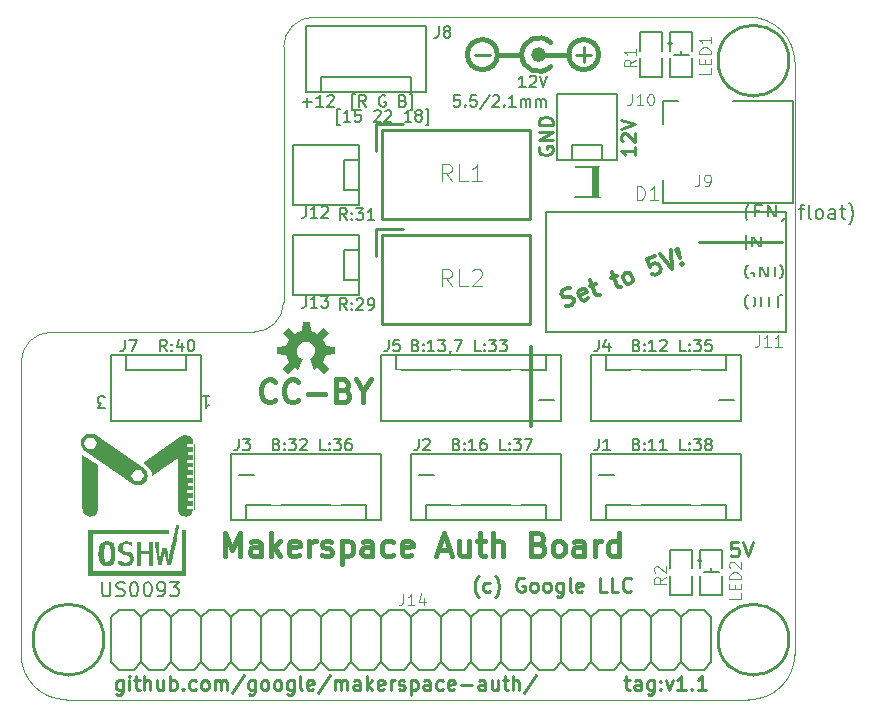
<source format=gbr>
%TF.GenerationSoftware,KiCad,Pcbnew,5.1.5+dfsg1-2~bpo10+1*%
%TF.CreationDate,2020-10-30T12:10:53+01:00*%
%TF.ProjectId,ms_auth_breakout,6d735f61-7574-4685-9f62-7265616b6f75,1.1.0*%
%TF.SameCoordinates,Original*%
%TF.FileFunction,Legend,Top*%
%TF.FilePolarity,Positive*%
%FSLAX46Y46*%
G04 Gerber Fmt 4.6, Leading zero omitted, Abs format (unit mm)*
G04 Created by KiCad (PCBNEW 5.1.5+dfsg1-2~bpo10+1) date 2020-10-30 12:10:53 commit 8f6b4a8*
%MOMM*%
%LPD*%
G04 APERTURE LIST*
%ADD10C,0.050000*%
%ADD11C,0.254000*%
%ADD12C,0.406400*%
%ADD13C,0.203200*%
%ADD14C,0.152400*%
%ADD15C,0.381000*%
%ADD16C,0.508000*%
%ADD17C,0.121920*%
%ADD18C,0.304800*%
%ADD19C,0.127000*%
%ADD20C,0.100000*%
%ADD21C,0.076200*%
%ADD22C,0.150000*%
%ADD23C,0.115824*%
%ADD24C,0.096520*%
%ADD25C,0.193040*%
%ADD26C,2.843200*%
%ADD27C,1.727200*%
%ADD28C,2.082800*%
%ADD29R,2.082800X2.082800*%
%ADD30R,2.003200X2.603200*%
%ADD31R,1.403200X1.403200*%
%ADD32R,1.703200X1.503200*%
%ADD33C,4.318000*%
%ADD34O,3.251200X1.727200*%
%ADD35C,1.854200*%
G04 APERTURE END LIST*
D10*
X119557800Y-133896100D02*
G75*
G02X115747800Y-130086100I0J3810000D01*
G01*
X119557800Y-133896100D02*
X177342800Y-133896100D01*
X181254400Y-130086100D02*
G75*
G02X177342800Y-133896100I-3860800J50800D01*
G01*
X181254400Y-130086100D02*
X181254400Y-79921100D01*
X177342800Y-76111100D02*
G75*
G02X181254400Y-79921100I50800J-3860800D01*
G01*
X177342800Y-76111100D02*
X140512800Y-76111100D01*
X137972800Y-78651100D02*
G75*
G02X140512800Y-76111100I2540000J0D01*
G01*
X137972800Y-78651100D02*
X137972800Y-100241100D01*
X135432800Y-102781100D02*
G75*
G03X137972800Y-100241100I0J2540000D01*
G01*
X135432800Y-102781100D02*
X118287800Y-102781100D01*
X115747800Y-105321100D02*
G75*
G02X118287800Y-102781100I2540000J0D01*
G01*
X115747800Y-105321100D02*
X115747800Y-130086100D01*
D11*
X167760347Y-87091761D02*
X167760347Y-87781190D01*
X167760347Y-87436476D02*
X166553847Y-87436476D01*
X166726204Y-87551380D01*
X166841109Y-87666285D01*
X166898561Y-87781190D01*
X166668752Y-86632142D02*
X166611300Y-86574690D01*
X166553847Y-86459785D01*
X166553847Y-86172523D01*
X166611300Y-86057619D01*
X166668752Y-86000166D01*
X166783657Y-85942714D01*
X166898561Y-85942714D01*
X167070919Y-86000166D01*
X167760347Y-86689595D01*
X167760347Y-85942714D01*
X166553847Y-85598000D02*
X167760347Y-85195833D01*
X166553847Y-84793666D01*
X159626300Y-87091761D02*
X159568847Y-87206666D01*
X159568847Y-87379023D01*
X159626300Y-87551380D01*
X159741204Y-87666285D01*
X159856109Y-87723738D01*
X160085919Y-87781190D01*
X160258276Y-87781190D01*
X160488085Y-87723738D01*
X160602990Y-87666285D01*
X160717895Y-87551380D01*
X160775347Y-87379023D01*
X160775347Y-87264119D01*
X160717895Y-87091761D01*
X160660442Y-87034309D01*
X160258276Y-87034309D01*
X160258276Y-87264119D01*
X160775347Y-86517238D02*
X159568847Y-86517238D01*
X160775347Y-85827809D01*
X159568847Y-85827809D01*
X160775347Y-85253285D02*
X159568847Y-85253285D01*
X159568847Y-84966023D01*
X159626300Y-84793666D01*
X159741204Y-84678761D01*
X159856109Y-84621309D01*
X160085919Y-84563857D01*
X160258276Y-84563857D01*
X160488085Y-84621309D01*
X160602990Y-84678761D01*
X160717895Y-84793666D01*
X160775347Y-84966023D01*
X160775347Y-85253285D01*
X176464685Y-120567147D02*
X175890161Y-120567147D01*
X175832709Y-121141671D01*
X175890161Y-121084219D01*
X176005066Y-121026766D01*
X176292328Y-121026766D01*
X176407233Y-121084219D01*
X176464685Y-121141671D01*
X176522138Y-121256576D01*
X176522138Y-121543838D01*
X176464685Y-121658742D01*
X176407233Y-121716195D01*
X176292328Y-121773647D01*
X176005066Y-121773647D01*
X175890161Y-121716195D01*
X175832709Y-121658742D01*
X176866852Y-120567147D02*
X177269019Y-121773647D01*
X177671185Y-120567147D01*
D12*
X132981579Y-121739176D02*
X132981579Y-119808776D01*
X133625045Y-121187633D01*
X134268512Y-119808776D01*
X134268512Y-121739176D01*
X136015064Y-121739176D02*
X136015064Y-120728014D01*
X135923140Y-120544166D01*
X135739293Y-120452242D01*
X135371598Y-120452242D01*
X135187750Y-120544166D01*
X136015064Y-121647252D02*
X135831217Y-121739176D01*
X135371598Y-121739176D01*
X135187750Y-121647252D01*
X135095826Y-121463404D01*
X135095826Y-121279557D01*
X135187750Y-121095709D01*
X135371598Y-121003785D01*
X135831217Y-121003785D01*
X136015064Y-120911861D01*
X136934302Y-121739176D02*
X136934302Y-119808776D01*
X137118150Y-121003785D02*
X137669693Y-121739176D01*
X137669693Y-120452242D02*
X136934302Y-121187633D01*
X139232398Y-121647252D02*
X139048550Y-121739176D01*
X138680855Y-121739176D01*
X138497007Y-121647252D01*
X138405083Y-121463404D01*
X138405083Y-120728014D01*
X138497007Y-120544166D01*
X138680855Y-120452242D01*
X139048550Y-120452242D01*
X139232398Y-120544166D01*
X139324321Y-120728014D01*
X139324321Y-120911861D01*
X138405083Y-121095709D01*
X140151636Y-121739176D02*
X140151636Y-120452242D01*
X140151636Y-120819938D02*
X140243560Y-120636090D01*
X140335483Y-120544166D01*
X140519331Y-120452242D01*
X140703179Y-120452242D01*
X141254721Y-121647252D02*
X141438569Y-121739176D01*
X141806264Y-121739176D01*
X141990112Y-121647252D01*
X142082036Y-121463404D01*
X142082036Y-121371480D01*
X141990112Y-121187633D01*
X141806264Y-121095709D01*
X141530493Y-121095709D01*
X141346645Y-121003785D01*
X141254721Y-120819938D01*
X141254721Y-120728014D01*
X141346645Y-120544166D01*
X141530493Y-120452242D01*
X141806264Y-120452242D01*
X141990112Y-120544166D01*
X142909350Y-120452242D02*
X142909350Y-122382642D01*
X142909350Y-120544166D02*
X143093198Y-120452242D01*
X143460893Y-120452242D01*
X143644740Y-120544166D01*
X143736664Y-120636090D01*
X143828588Y-120819938D01*
X143828588Y-121371480D01*
X143736664Y-121555328D01*
X143644740Y-121647252D01*
X143460893Y-121739176D01*
X143093198Y-121739176D01*
X142909350Y-121647252D01*
X145483217Y-121739176D02*
X145483217Y-120728014D01*
X145391293Y-120544166D01*
X145207445Y-120452242D01*
X144839750Y-120452242D01*
X144655902Y-120544166D01*
X145483217Y-121647252D02*
X145299369Y-121739176D01*
X144839750Y-121739176D01*
X144655902Y-121647252D01*
X144563979Y-121463404D01*
X144563979Y-121279557D01*
X144655902Y-121095709D01*
X144839750Y-121003785D01*
X145299369Y-121003785D01*
X145483217Y-120911861D01*
X147229769Y-121647252D02*
X147045921Y-121739176D01*
X146678226Y-121739176D01*
X146494379Y-121647252D01*
X146402455Y-121555328D01*
X146310531Y-121371480D01*
X146310531Y-120819938D01*
X146402455Y-120636090D01*
X146494379Y-120544166D01*
X146678226Y-120452242D01*
X147045921Y-120452242D01*
X147229769Y-120544166D01*
X148792474Y-121647252D02*
X148608626Y-121739176D01*
X148240931Y-121739176D01*
X148057083Y-121647252D01*
X147965160Y-121463404D01*
X147965160Y-120728014D01*
X148057083Y-120544166D01*
X148240931Y-120452242D01*
X148608626Y-120452242D01*
X148792474Y-120544166D01*
X148884398Y-120728014D01*
X148884398Y-120911861D01*
X147965160Y-121095709D01*
X151090569Y-121187633D02*
X152009807Y-121187633D01*
X150906721Y-121739176D02*
X151550188Y-119808776D01*
X152193655Y-121739176D01*
X153664436Y-120452242D02*
X153664436Y-121739176D01*
X152837121Y-120452242D02*
X152837121Y-121463404D01*
X152929045Y-121647252D01*
X153112893Y-121739176D01*
X153388664Y-121739176D01*
X153572512Y-121647252D01*
X153664436Y-121555328D01*
X154307902Y-120452242D02*
X155043293Y-120452242D01*
X154583674Y-119808776D02*
X154583674Y-121463404D01*
X154675598Y-121647252D01*
X154859445Y-121739176D01*
X155043293Y-121739176D01*
X155686760Y-121739176D02*
X155686760Y-119808776D01*
X156514074Y-121739176D02*
X156514074Y-120728014D01*
X156422150Y-120544166D01*
X156238302Y-120452242D01*
X155962531Y-120452242D01*
X155778683Y-120544166D01*
X155686760Y-120636090D01*
X159547560Y-120728014D02*
X159823331Y-120819938D01*
X159915255Y-120911861D01*
X160007179Y-121095709D01*
X160007179Y-121371480D01*
X159915255Y-121555328D01*
X159823331Y-121647252D01*
X159639483Y-121739176D01*
X158904093Y-121739176D01*
X158904093Y-119808776D01*
X159547560Y-119808776D01*
X159731407Y-119900700D01*
X159823331Y-119992623D01*
X159915255Y-120176471D01*
X159915255Y-120360319D01*
X159823331Y-120544166D01*
X159731407Y-120636090D01*
X159547560Y-120728014D01*
X158904093Y-120728014D01*
X161110264Y-121739176D02*
X160926417Y-121647252D01*
X160834493Y-121555328D01*
X160742569Y-121371480D01*
X160742569Y-120819938D01*
X160834493Y-120636090D01*
X160926417Y-120544166D01*
X161110264Y-120452242D01*
X161386036Y-120452242D01*
X161569883Y-120544166D01*
X161661807Y-120636090D01*
X161753731Y-120819938D01*
X161753731Y-121371480D01*
X161661807Y-121555328D01*
X161569883Y-121647252D01*
X161386036Y-121739176D01*
X161110264Y-121739176D01*
X163408360Y-121739176D02*
X163408360Y-120728014D01*
X163316436Y-120544166D01*
X163132588Y-120452242D01*
X162764893Y-120452242D01*
X162581045Y-120544166D01*
X163408360Y-121647252D02*
X163224512Y-121739176D01*
X162764893Y-121739176D01*
X162581045Y-121647252D01*
X162489121Y-121463404D01*
X162489121Y-121279557D01*
X162581045Y-121095709D01*
X162764893Y-121003785D01*
X163224512Y-121003785D01*
X163408360Y-120911861D01*
X164327598Y-121739176D02*
X164327598Y-120452242D01*
X164327598Y-120819938D02*
X164419521Y-120636090D01*
X164511445Y-120544166D01*
X164695293Y-120452242D01*
X164879140Y-120452242D01*
X166349921Y-121739176D02*
X166349921Y-119808776D01*
X166349921Y-121647252D02*
X166166074Y-121739176D01*
X165798379Y-121739176D01*
X165614531Y-121647252D01*
X165522607Y-121555328D01*
X165430683Y-121371480D01*
X165430683Y-120819938D01*
X165522607Y-120636090D01*
X165614531Y-120544166D01*
X165798379Y-120452242D01*
X166166074Y-120452242D01*
X166349921Y-120544166D01*
D11*
X154486126Y-125249516D02*
X154428673Y-125192064D01*
X154313769Y-125019707D01*
X154256316Y-124904802D01*
X154198864Y-124732445D01*
X154141411Y-124445183D01*
X154141411Y-124215373D01*
X154198864Y-123928111D01*
X154256316Y-123755754D01*
X154313769Y-123640850D01*
X154428673Y-123468492D01*
X154486126Y-123411040D01*
X155462816Y-124732445D02*
X155347911Y-124789897D01*
X155118102Y-124789897D01*
X155003197Y-124732445D01*
X154945745Y-124674992D01*
X154888292Y-124560088D01*
X154888292Y-124215373D01*
X154945745Y-124100469D01*
X155003197Y-124043016D01*
X155118102Y-123985564D01*
X155347911Y-123985564D01*
X155462816Y-124043016D01*
X155864983Y-125249516D02*
X155922435Y-125192064D01*
X156037340Y-125019707D01*
X156094792Y-124904802D01*
X156152245Y-124732445D01*
X156209697Y-124445183D01*
X156209697Y-124215373D01*
X156152245Y-123928111D01*
X156094792Y-123755754D01*
X156037340Y-123640850D01*
X155922435Y-123468492D01*
X155864983Y-123411040D01*
X158335435Y-123640850D02*
X158220530Y-123583397D01*
X158048173Y-123583397D01*
X157875816Y-123640850D01*
X157760911Y-123755754D01*
X157703459Y-123870659D01*
X157646007Y-124100469D01*
X157646007Y-124272826D01*
X157703459Y-124502635D01*
X157760911Y-124617540D01*
X157875816Y-124732445D01*
X158048173Y-124789897D01*
X158163078Y-124789897D01*
X158335435Y-124732445D01*
X158392888Y-124674992D01*
X158392888Y-124272826D01*
X158163078Y-124272826D01*
X159082316Y-124789897D02*
X158967411Y-124732445D01*
X158909959Y-124674992D01*
X158852507Y-124560088D01*
X158852507Y-124215373D01*
X158909959Y-124100469D01*
X158967411Y-124043016D01*
X159082316Y-123985564D01*
X159254673Y-123985564D01*
X159369578Y-124043016D01*
X159427030Y-124100469D01*
X159484483Y-124215373D01*
X159484483Y-124560088D01*
X159427030Y-124674992D01*
X159369578Y-124732445D01*
X159254673Y-124789897D01*
X159082316Y-124789897D01*
X160173911Y-124789897D02*
X160059007Y-124732445D01*
X160001554Y-124674992D01*
X159944102Y-124560088D01*
X159944102Y-124215373D01*
X160001554Y-124100469D01*
X160059007Y-124043016D01*
X160173911Y-123985564D01*
X160346269Y-123985564D01*
X160461173Y-124043016D01*
X160518626Y-124100469D01*
X160576078Y-124215373D01*
X160576078Y-124560088D01*
X160518626Y-124674992D01*
X160461173Y-124732445D01*
X160346269Y-124789897D01*
X160173911Y-124789897D01*
X161610221Y-123985564D02*
X161610221Y-124962254D01*
X161552769Y-125077159D01*
X161495316Y-125134611D01*
X161380411Y-125192064D01*
X161208054Y-125192064D01*
X161093150Y-125134611D01*
X161610221Y-124732445D02*
X161495316Y-124789897D01*
X161265507Y-124789897D01*
X161150602Y-124732445D01*
X161093150Y-124674992D01*
X161035697Y-124560088D01*
X161035697Y-124215373D01*
X161093150Y-124100469D01*
X161150602Y-124043016D01*
X161265507Y-123985564D01*
X161495316Y-123985564D01*
X161610221Y-124043016D01*
X162357102Y-124789897D02*
X162242197Y-124732445D01*
X162184745Y-124617540D01*
X162184745Y-123583397D01*
X163276340Y-124732445D02*
X163161435Y-124789897D01*
X162931626Y-124789897D01*
X162816721Y-124732445D01*
X162759269Y-124617540D01*
X162759269Y-124157921D01*
X162816721Y-124043016D01*
X162931626Y-123985564D01*
X163161435Y-123985564D01*
X163276340Y-124043016D01*
X163333792Y-124157921D01*
X163333792Y-124272826D01*
X162759269Y-124387730D01*
X165344626Y-124789897D02*
X164770102Y-124789897D01*
X164770102Y-123583397D01*
X166321316Y-124789897D02*
X165746792Y-124789897D01*
X165746792Y-123583397D01*
X167412911Y-124674992D02*
X167355459Y-124732445D01*
X167183102Y-124789897D01*
X167068197Y-124789897D01*
X166895840Y-124732445D01*
X166780935Y-124617540D01*
X166723483Y-124502635D01*
X166666030Y-124272826D01*
X166666030Y-124100469D01*
X166723483Y-123870659D01*
X166780935Y-123755754D01*
X166895840Y-123640850D01*
X167068197Y-123583397D01*
X167183102Y-123583397D01*
X167355459Y-123640850D01*
X167412911Y-123698302D01*
X124337233Y-132272314D02*
X124337233Y-133249004D01*
X124279780Y-133363909D01*
X124222328Y-133421361D01*
X124107423Y-133478814D01*
X123935066Y-133478814D01*
X123820161Y-133421361D01*
X124337233Y-133019195D02*
X124222328Y-133076647D01*
X123992519Y-133076647D01*
X123877614Y-133019195D01*
X123820161Y-132961742D01*
X123762709Y-132846838D01*
X123762709Y-132502123D01*
X123820161Y-132387219D01*
X123877614Y-132329766D01*
X123992519Y-132272314D01*
X124222328Y-132272314D01*
X124337233Y-132329766D01*
X124911757Y-133076647D02*
X124911757Y-132272314D01*
X124911757Y-131870147D02*
X124854304Y-131927600D01*
X124911757Y-131985052D01*
X124969209Y-131927600D01*
X124911757Y-131870147D01*
X124911757Y-131985052D01*
X125313923Y-132272314D02*
X125773542Y-132272314D01*
X125486280Y-131870147D02*
X125486280Y-132904290D01*
X125543733Y-133019195D01*
X125658638Y-133076647D01*
X125773542Y-133076647D01*
X126175709Y-133076647D02*
X126175709Y-131870147D01*
X126692780Y-133076647D02*
X126692780Y-132444671D01*
X126635328Y-132329766D01*
X126520423Y-132272314D01*
X126348066Y-132272314D01*
X126233161Y-132329766D01*
X126175709Y-132387219D01*
X127784376Y-132272314D02*
X127784376Y-133076647D01*
X127267304Y-132272314D02*
X127267304Y-132904290D01*
X127324757Y-133019195D01*
X127439661Y-133076647D01*
X127612019Y-133076647D01*
X127726923Y-133019195D01*
X127784376Y-132961742D01*
X128358900Y-133076647D02*
X128358900Y-131870147D01*
X128358900Y-132329766D02*
X128473804Y-132272314D01*
X128703614Y-132272314D01*
X128818519Y-132329766D01*
X128875971Y-132387219D01*
X128933423Y-132502123D01*
X128933423Y-132846838D01*
X128875971Y-132961742D01*
X128818519Y-133019195D01*
X128703614Y-133076647D01*
X128473804Y-133076647D01*
X128358900Y-133019195D01*
X129450495Y-132961742D02*
X129507947Y-133019195D01*
X129450495Y-133076647D01*
X129393042Y-133019195D01*
X129450495Y-132961742D01*
X129450495Y-133076647D01*
X130542090Y-133019195D02*
X130427185Y-133076647D01*
X130197376Y-133076647D01*
X130082471Y-133019195D01*
X130025019Y-132961742D01*
X129967566Y-132846838D01*
X129967566Y-132502123D01*
X130025019Y-132387219D01*
X130082471Y-132329766D01*
X130197376Y-132272314D01*
X130427185Y-132272314D01*
X130542090Y-132329766D01*
X131231519Y-133076647D02*
X131116614Y-133019195D01*
X131059161Y-132961742D01*
X131001709Y-132846838D01*
X131001709Y-132502123D01*
X131059161Y-132387219D01*
X131116614Y-132329766D01*
X131231519Y-132272314D01*
X131403876Y-132272314D01*
X131518780Y-132329766D01*
X131576233Y-132387219D01*
X131633685Y-132502123D01*
X131633685Y-132846838D01*
X131576233Y-132961742D01*
X131518780Y-133019195D01*
X131403876Y-133076647D01*
X131231519Y-133076647D01*
X132150757Y-133076647D02*
X132150757Y-132272314D01*
X132150757Y-132387219D02*
X132208209Y-132329766D01*
X132323114Y-132272314D01*
X132495471Y-132272314D01*
X132610376Y-132329766D01*
X132667828Y-132444671D01*
X132667828Y-133076647D01*
X132667828Y-132444671D02*
X132725280Y-132329766D01*
X132840185Y-132272314D01*
X133012542Y-132272314D01*
X133127447Y-132329766D01*
X133184900Y-132444671D01*
X133184900Y-133076647D01*
X134621209Y-131812695D02*
X133587066Y-133363909D01*
X135540447Y-132272314D02*
X135540447Y-133249004D01*
X135482995Y-133363909D01*
X135425542Y-133421361D01*
X135310638Y-133478814D01*
X135138280Y-133478814D01*
X135023376Y-133421361D01*
X135540447Y-133019195D02*
X135425542Y-133076647D01*
X135195733Y-133076647D01*
X135080828Y-133019195D01*
X135023376Y-132961742D01*
X134965923Y-132846838D01*
X134965923Y-132502123D01*
X135023376Y-132387219D01*
X135080828Y-132329766D01*
X135195733Y-132272314D01*
X135425542Y-132272314D01*
X135540447Y-132329766D01*
X136287328Y-133076647D02*
X136172423Y-133019195D01*
X136114971Y-132961742D01*
X136057519Y-132846838D01*
X136057519Y-132502123D01*
X136114971Y-132387219D01*
X136172423Y-132329766D01*
X136287328Y-132272314D01*
X136459685Y-132272314D01*
X136574590Y-132329766D01*
X136632042Y-132387219D01*
X136689495Y-132502123D01*
X136689495Y-132846838D01*
X136632042Y-132961742D01*
X136574590Y-133019195D01*
X136459685Y-133076647D01*
X136287328Y-133076647D01*
X137378923Y-133076647D02*
X137264019Y-133019195D01*
X137206566Y-132961742D01*
X137149114Y-132846838D01*
X137149114Y-132502123D01*
X137206566Y-132387219D01*
X137264019Y-132329766D01*
X137378923Y-132272314D01*
X137551280Y-132272314D01*
X137666185Y-132329766D01*
X137723638Y-132387219D01*
X137781090Y-132502123D01*
X137781090Y-132846838D01*
X137723638Y-132961742D01*
X137666185Y-133019195D01*
X137551280Y-133076647D01*
X137378923Y-133076647D01*
X138815233Y-132272314D02*
X138815233Y-133249004D01*
X138757780Y-133363909D01*
X138700328Y-133421361D01*
X138585423Y-133478814D01*
X138413066Y-133478814D01*
X138298161Y-133421361D01*
X138815233Y-133019195D02*
X138700328Y-133076647D01*
X138470519Y-133076647D01*
X138355614Y-133019195D01*
X138298161Y-132961742D01*
X138240709Y-132846838D01*
X138240709Y-132502123D01*
X138298161Y-132387219D01*
X138355614Y-132329766D01*
X138470519Y-132272314D01*
X138700328Y-132272314D01*
X138815233Y-132329766D01*
X139562114Y-133076647D02*
X139447209Y-133019195D01*
X139389757Y-132904290D01*
X139389757Y-131870147D01*
X140481352Y-133019195D02*
X140366447Y-133076647D01*
X140136638Y-133076647D01*
X140021733Y-133019195D01*
X139964280Y-132904290D01*
X139964280Y-132444671D01*
X140021733Y-132329766D01*
X140136638Y-132272314D01*
X140366447Y-132272314D01*
X140481352Y-132329766D01*
X140538804Y-132444671D01*
X140538804Y-132559576D01*
X139964280Y-132674480D01*
X141917661Y-131812695D02*
X140883519Y-133363909D01*
X142319828Y-133076647D02*
X142319828Y-132272314D01*
X142319828Y-132387219D02*
X142377280Y-132329766D01*
X142492185Y-132272314D01*
X142664542Y-132272314D01*
X142779447Y-132329766D01*
X142836900Y-132444671D01*
X142836900Y-133076647D01*
X142836900Y-132444671D02*
X142894352Y-132329766D01*
X143009257Y-132272314D01*
X143181614Y-132272314D01*
X143296519Y-132329766D01*
X143353971Y-132444671D01*
X143353971Y-133076647D01*
X144445566Y-133076647D02*
X144445566Y-132444671D01*
X144388114Y-132329766D01*
X144273209Y-132272314D01*
X144043400Y-132272314D01*
X143928495Y-132329766D01*
X144445566Y-133019195D02*
X144330661Y-133076647D01*
X144043400Y-133076647D01*
X143928495Y-133019195D01*
X143871042Y-132904290D01*
X143871042Y-132789385D01*
X143928495Y-132674480D01*
X144043400Y-132617028D01*
X144330661Y-132617028D01*
X144445566Y-132559576D01*
X145020090Y-133076647D02*
X145020090Y-131870147D01*
X145134995Y-132617028D02*
X145479709Y-133076647D01*
X145479709Y-132272314D02*
X145020090Y-132731933D01*
X146456400Y-133019195D02*
X146341495Y-133076647D01*
X146111685Y-133076647D01*
X145996780Y-133019195D01*
X145939328Y-132904290D01*
X145939328Y-132444671D01*
X145996780Y-132329766D01*
X146111685Y-132272314D01*
X146341495Y-132272314D01*
X146456400Y-132329766D01*
X146513852Y-132444671D01*
X146513852Y-132559576D01*
X145939328Y-132674480D01*
X147030923Y-133076647D02*
X147030923Y-132272314D01*
X147030923Y-132502123D02*
X147088376Y-132387219D01*
X147145828Y-132329766D01*
X147260733Y-132272314D01*
X147375638Y-132272314D01*
X147720352Y-133019195D02*
X147835257Y-133076647D01*
X148065066Y-133076647D01*
X148179971Y-133019195D01*
X148237423Y-132904290D01*
X148237423Y-132846838D01*
X148179971Y-132731933D01*
X148065066Y-132674480D01*
X147892709Y-132674480D01*
X147777804Y-132617028D01*
X147720352Y-132502123D01*
X147720352Y-132444671D01*
X147777804Y-132329766D01*
X147892709Y-132272314D01*
X148065066Y-132272314D01*
X148179971Y-132329766D01*
X148754495Y-132272314D02*
X148754495Y-133478814D01*
X148754495Y-132329766D02*
X148869400Y-132272314D01*
X149099209Y-132272314D01*
X149214114Y-132329766D01*
X149271566Y-132387219D01*
X149329019Y-132502123D01*
X149329019Y-132846838D01*
X149271566Y-132961742D01*
X149214114Y-133019195D01*
X149099209Y-133076647D01*
X148869400Y-133076647D01*
X148754495Y-133019195D01*
X150363161Y-133076647D02*
X150363161Y-132444671D01*
X150305709Y-132329766D01*
X150190804Y-132272314D01*
X149960995Y-132272314D01*
X149846090Y-132329766D01*
X150363161Y-133019195D02*
X150248257Y-133076647D01*
X149960995Y-133076647D01*
X149846090Y-133019195D01*
X149788638Y-132904290D01*
X149788638Y-132789385D01*
X149846090Y-132674480D01*
X149960995Y-132617028D01*
X150248257Y-132617028D01*
X150363161Y-132559576D01*
X151454757Y-133019195D02*
X151339852Y-133076647D01*
X151110042Y-133076647D01*
X150995138Y-133019195D01*
X150937685Y-132961742D01*
X150880233Y-132846838D01*
X150880233Y-132502123D01*
X150937685Y-132387219D01*
X150995138Y-132329766D01*
X151110042Y-132272314D01*
X151339852Y-132272314D01*
X151454757Y-132329766D01*
X152431447Y-133019195D02*
X152316542Y-133076647D01*
X152086733Y-133076647D01*
X151971828Y-133019195D01*
X151914376Y-132904290D01*
X151914376Y-132444671D01*
X151971828Y-132329766D01*
X152086733Y-132272314D01*
X152316542Y-132272314D01*
X152431447Y-132329766D01*
X152488900Y-132444671D01*
X152488900Y-132559576D01*
X151914376Y-132674480D01*
X153005971Y-132617028D02*
X153925209Y-132617028D01*
X155016804Y-133076647D02*
X155016804Y-132444671D01*
X154959352Y-132329766D01*
X154844447Y-132272314D01*
X154614638Y-132272314D01*
X154499733Y-132329766D01*
X155016804Y-133019195D02*
X154901900Y-133076647D01*
X154614638Y-133076647D01*
X154499733Y-133019195D01*
X154442280Y-132904290D01*
X154442280Y-132789385D01*
X154499733Y-132674480D01*
X154614638Y-132617028D01*
X154901900Y-132617028D01*
X155016804Y-132559576D01*
X156108400Y-132272314D02*
X156108400Y-133076647D01*
X155591328Y-132272314D02*
X155591328Y-132904290D01*
X155648780Y-133019195D01*
X155763685Y-133076647D01*
X155936042Y-133076647D01*
X156050947Y-133019195D01*
X156108400Y-132961742D01*
X156510566Y-132272314D02*
X156970185Y-132272314D01*
X156682923Y-131870147D02*
X156682923Y-132904290D01*
X156740376Y-133019195D01*
X156855280Y-133076647D01*
X156970185Y-133076647D01*
X157372352Y-133076647D02*
X157372352Y-131870147D01*
X157889423Y-133076647D02*
X157889423Y-132444671D01*
X157831971Y-132329766D01*
X157717066Y-132272314D01*
X157544709Y-132272314D01*
X157429804Y-132329766D01*
X157372352Y-132387219D01*
X159325733Y-131812695D02*
X158291590Y-133363909D01*
X166827804Y-132272314D02*
X167287423Y-132272314D01*
X167000161Y-131870147D02*
X167000161Y-132904290D01*
X167057614Y-133019195D01*
X167172519Y-133076647D01*
X167287423Y-133076647D01*
X168206661Y-133076647D02*
X168206661Y-132444671D01*
X168149209Y-132329766D01*
X168034304Y-132272314D01*
X167804495Y-132272314D01*
X167689590Y-132329766D01*
X168206661Y-133019195D02*
X168091757Y-133076647D01*
X167804495Y-133076647D01*
X167689590Y-133019195D01*
X167632138Y-132904290D01*
X167632138Y-132789385D01*
X167689590Y-132674480D01*
X167804495Y-132617028D01*
X168091757Y-132617028D01*
X168206661Y-132559576D01*
X169298257Y-132272314D02*
X169298257Y-133249004D01*
X169240804Y-133363909D01*
X169183352Y-133421361D01*
X169068447Y-133478814D01*
X168896090Y-133478814D01*
X168781185Y-133421361D01*
X169298257Y-133019195D02*
X169183352Y-133076647D01*
X168953542Y-133076647D01*
X168838638Y-133019195D01*
X168781185Y-132961742D01*
X168723733Y-132846838D01*
X168723733Y-132502123D01*
X168781185Y-132387219D01*
X168838638Y-132329766D01*
X168953542Y-132272314D01*
X169183352Y-132272314D01*
X169298257Y-132329766D01*
X169872780Y-132961742D02*
X169930233Y-133019195D01*
X169872780Y-133076647D01*
X169815328Y-133019195D01*
X169872780Y-132961742D01*
X169872780Y-133076647D01*
X169872780Y-132329766D02*
X169930233Y-132387219D01*
X169872780Y-132444671D01*
X169815328Y-132387219D01*
X169872780Y-132329766D01*
X169872780Y-132444671D01*
X170332400Y-132272314D02*
X170619661Y-133076647D01*
X170906923Y-132272314D01*
X171998519Y-133076647D02*
X171309090Y-133076647D01*
X171653804Y-133076647D02*
X171653804Y-131870147D01*
X171538900Y-132042504D01*
X171423995Y-132157409D01*
X171309090Y-132214861D01*
X172515590Y-132961742D02*
X172573042Y-133019195D01*
X172515590Y-133076647D01*
X172458138Y-133019195D01*
X172515590Y-132961742D01*
X172515590Y-133076647D01*
X173722090Y-133076647D02*
X173032661Y-133076647D01*
X173377376Y-133076647D02*
X173377376Y-131870147D01*
X173262471Y-132042504D01*
X173147566Y-132157409D01*
X173032661Y-132214861D01*
X180746400Y-128816100D02*
G75*
G03X180746400Y-128816100I-2997200J0D01*
G01*
X122758200Y-128816100D02*
G75*
G03X122758200Y-128816100I-2997200J0D01*
G01*
X180746400Y-79794100D02*
G75*
G03X180746400Y-79794100I-2997200J0D01*
G01*
D13*
X149133922Y-103880557D02*
X149271808Y-103926519D01*
X149317770Y-103972480D01*
X149363732Y-104064404D01*
X149363732Y-104202290D01*
X149317770Y-104294214D01*
X149271808Y-104340176D01*
X149179884Y-104386138D01*
X148812189Y-104386138D01*
X148812189Y-103420938D01*
X149133922Y-103420938D01*
X149225846Y-103466900D01*
X149271808Y-103512861D01*
X149317770Y-103604785D01*
X149317770Y-103696709D01*
X149271808Y-103788633D01*
X149225846Y-103834595D01*
X149133922Y-103880557D01*
X148812189Y-103880557D01*
X149777389Y-104294214D02*
X149823351Y-104340176D01*
X149777389Y-104386138D01*
X149731427Y-104340176D01*
X149777389Y-104294214D01*
X149777389Y-104386138D01*
X149777389Y-103788633D02*
X149823351Y-103834595D01*
X149777389Y-103880557D01*
X149731427Y-103834595D01*
X149777389Y-103788633D01*
X149777389Y-103880557D01*
X150742589Y-104386138D02*
X150191046Y-104386138D01*
X150466818Y-104386138D02*
X150466818Y-103420938D01*
X150374894Y-103558823D01*
X150282970Y-103650747D01*
X150191046Y-103696709D01*
X151064322Y-103420938D02*
X151661827Y-103420938D01*
X151340094Y-103788633D01*
X151477980Y-103788633D01*
X151569903Y-103834595D01*
X151615865Y-103880557D01*
X151661827Y-103972480D01*
X151661827Y-104202290D01*
X151615865Y-104294214D01*
X151569903Y-104340176D01*
X151477980Y-104386138D01*
X151202208Y-104386138D01*
X151110284Y-104340176D01*
X151064322Y-104294214D01*
X152121446Y-104340176D02*
X152121446Y-104386138D01*
X152075484Y-104478061D01*
X152029522Y-104524023D01*
X152443180Y-103420938D02*
X153086646Y-103420938D01*
X152672989Y-104386138D01*
X154649351Y-104386138D02*
X154189732Y-104386138D01*
X154189732Y-103420938D01*
X154971084Y-104294214D02*
X155017046Y-104340176D01*
X154971084Y-104386138D01*
X154925122Y-104340176D01*
X154971084Y-104294214D01*
X154971084Y-104386138D01*
X154971084Y-103788633D02*
X155017046Y-103834595D01*
X154971084Y-103880557D01*
X154925122Y-103834595D01*
X154971084Y-103788633D01*
X154971084Y-103880557D01*
X155338780Y-103420938D02*
X155936284Y-103420938D01*
X155614551Y-103788633D01*
X155752437Y-103788633D01*
X155844360Y-103834595D01*
X155890322Y-103880557D01*
X155936284Y-103972480D01*
X155936284Y-104202290D01*
X155890322Y-104294214D01*
X155844360Y-104340176D01*
X155752437Y-104386138D01*
X155476665Y-104386138D01*
X155384741Y-104340176D01*
X155338780Y-104294214D01*
X156258018Y-103420938D02*
X156855522Y-103420938D01*
X156533789Y-103788633D01*
X156671675Y-103788633D01*
X156763599Y-103834595D01*
X156809560Y-103880557D01*
X156855522Y-103972480D01*
X156855522Y-104202290D01*
X156809560Y-104294214D01*
X156763599Y-104340176D01*
X156671675Y-104386138D01*
X156395903Y-104386138D01*
X156303980Y-104340176D01*
X156258018Y-104294214D01*
X152626422Y-112262557D02*
X152764308Y-112308519D01*
X152810270Y-112354480D01*
X152856232Y-112446404D01*
X152856232Y-112584290D01*
X152810270Y-112676214D01*
X152764308Y-112722176D01*
X152672384Y-112768138D01*
X152304689Y-112768138D01*
X152304689Y-111802938D01*
X152626422Y-111802938D01*
X152718346Y-111848900D01*
X152764308Y-111894861D01*
X152810270Y-111986785D01*
X152810270Y-112078709D01*
X152764308Y-112170633D01*
X152718346Y-112216595D01*
X152626422Y-112262557D01*
X152304689Y-112262557D01*
X153269889Y-112676214D02*
X153315851Y-112722176D01*
X153269889Y-112768138D01*
X153223927Y-112722176D01*
X153269889Y-112676214D01*
X153269889Y-112768138D01*
X153269889Y-112170633D02*
X153315851Y-112216595D01*
X153269889Y-112262557D01*
X153223927Y-112216595D01*
X153269889Y-112170633D01*
X153269889Y-112262557D01*
X154235089Y-112768138D02*
X153683546Y-112768138D01*
X153959318Y-112768138D02*
X153959318Y-111802938D01*
X153867394Y-111940823D01*
X153775470Y-112032747D01*
X153683546Y-112078709D01*
X155062403Y-111802938D02*
X154878556Y-111802938D01*
X154786632Y-111848900D01*
X154740670Y-111894861D01*
X154648746Y-112032747D01*
X154602784Y-112216595D01*
X154602784Y-112584290D01*
X154648746Y-112676214D01*
X154694708Y-112722176D01*
X154786632Y-112768138D01*
X154970480Y-112768138D01*
X155062403Y-112722176D01*
X155108365Y-112676214D01*
X155154327Y-112584290D01*
X155154327Y-112354480D01*
X155108365Y-112262557D01*
X155062403Y-112216595D01*
X154970480Y-112170633D01*
X154786632Y-112170633D01*
X154694708Y-112216595D01*
X154648746Y-112262557D01*
X154602784Y-112354480D01*
X156762994Y-112768138D02*
X156303375Y-112768138D01*
X156303375Y-111802938D01*
X157084727Y-112676214D02*
X157130689Y-112722176D01*
X157084727Y-112768138D01*
X157038765Y-112722176D01*
X157084727Y-112676214D01*
X157084727Y-112768138D01*
X157084727Y-112170633D02*
X157130689Y-112216595D01*
X157084727Y-112262557D01*
X157038765Y-112216595D01*
X157084727Y-112170633D01*
X157084727Y-112262557D01*
X157452422Y-111802938D02*
X158049927Y-111802938D01*
X157728194Y-112170633D01*
X157866080Y-112170633D01*
X157958003Y-112216595D01*
X158003965Y-112262557D01*
X158049927Y-112354480D01*
X158049927Y-112584290D01*
X158003965Y-112676214D01*
X157958003Y-112722176D01*
X157866080Y-112768138D01*
X157590308Y-112768138D01*
X157498384Y-112722176D01*
X157452422Y-112676214D01*
X158371660Y-111802938D02*
X159015127Y-111802938D01*
X158601470Y-112768138D01*
X137386422Y-112262557D02*
X137524308Y-112308519D01*
X137570270Y-112354480D01*
X137616232Y-112446404D01*
X137616232Y-112584290D01*
X137570270Y-112676214D01*
X137524308Y-112722176D01*
X137432384Y-112768138D01*
X137064689Y-112768138D01*
X137064689Y-111802938D01*
X137386422Y-111802938D01*
X137478346Y-111848900D01*
X137524308Y-111894861D01*
X137570270Y-111986785D01*
X137570270Y-112078709D01*
X137524308Y-112170633D01*
X137478346Y-112216595D01*
X137386422Y-112262557D01*
X137064689Y-112262557D01*
X138029889Y-112676214D02*
X138075851Y-112722176D01*
X138029889Y-112768138D01*
X137983927Y-112722176D01*
X138029889Y-112676214D01*
X138029889Y-112768138D01*
X138029889Y-112170633D02*
X138075851Y-112216595D01*
X138029889Y-112262557D01*
X137983927Y-112216595D01*
X138029889Y-112170633D01*
X138029889Y-112262557D01*
X138397584Y-111802938D02*
X138995089Y-111802938D01*
X138673356Y-112170633D01*
X138811241Y-112170633D01*
X138903165Y-112216595D01*
X138949127Y-112262557D01*
X138995089Y-112354480D01*
X138995089Y-112584290D01*
X138949127Y-112676214D01*
X138903165Y-112722176D01*
X138811241Y-112768138D01*
X138535470Y-112768138D01*
X138443546Y-112722176D01*
X138397584Y-112676214D01*
X139362784Y-111894861D02*
X139408746Y-111848900D01*
X139500670Y-111802938D01*
X139730480Y-111802938D01*
X139822403Y-111848900D01*
X139868365Y-111894861D01*
X139914327Y-111986785D01*
X139914327Y-112078709D01*
X139868365Y-112216595D01*
X139316822Y-112768138D01*
X139914327Y-112768138D01*
X141522994Y-112768138D02*
X141063375Y-112768138D01*
X141063375Y-111802938D01*
X141844727Y-112676214D02*
X141890689Y-112722176D01*
X141844727Y-112768138D01*
X141798765Y-112722176D01*
X141844727Y-112676214D01*
X141844727Y-112768138D01*
X141844727Y-112170633D02*
X141890689Y-112216595D01*
X141844727Y-112262557D01*
X141798765Y-112216595D01*
X141844727Y-112170633D01*
X141844727Y-112262557D01*
X142212422Y-111802938D02*
X142809927Y-111802938D01*
X142488194Y-112170633D01*
X142626080Y-112170633D01*
X142718003Y-112216595D01*
X142763965Y-112262557D01*
X142809927Y-112354480D01*
X142809927Y-112584290D01*
X142763965Y-112676214D01*
X142718003Y-112722176D01*
X142626080Y-112768138D01*
X142350308Y-112768138D01*
X142258384Y-112722176D01*
X142212422Y-112676214D01*
X143637241Y-111802938D02*
X143453394Y-111802938D01*
X143361470Y-111848900D01*
X143315508Y-111894861D01*
X143223584Y-112032747D01*
X143177622Y-112216595D01*
X143177622Y-112584290D01*
X143223584Y-112676214D01*
X143269546Y-112722176D01*
X143361470Y-112768138D01*
X143545318Y-112768138D01*
X143637241Y-112722176D01*
X143683203Y-112676214D01*
X143729165Y-112584290D01*
X143729165Y-112354480D01*
X143683203Y-112262557D01*
X143637241Y-112216595D01*
X143545318Y-112170633D01*
X143361470Y-112170633D01*
X143269546Y-112216595D01*
X143223584Y-112262557D01*
X143177622Y-112354480D01*
X167866422Y-112262557D02*
X168004308Y-112308519D01*
X168050270Y-112354480D01*
X168096232Y-112446404D01*
X168096232Y-112584290D01*
X168050270Y-112676214D01*
X168004308Y-112722176D01*
X167912384Y-112768138D01*
X167544689Y-112768138D01*
X167544689Y-111802938D01*
X167866422Y-111802938D01*
X167958346Y-111848900D01*
X168004308Y-111894861D01*
X168050270Y-111986785D01*
X168050270Y-112078709D01*
X168004308Y-112170633D01*
X167958346Y-112216595D01*
X167866422Y-112262557D01*
X167544689Y-112262557D01*
X168509889Y-112676214D02*
X168555851Y-112722176D01*
X168509889Y-112768138D01*
X168463927Y-112722176D01*
X168509889Y-112676214D01*
X168509889Y-112768138D01*
X168509889Y-112170633D02*
X168555851Y-112216595D01*
X168509889Y-112262557D01*
X168463927Y-112216595D01*
X168509889Y-112170633D01*
X168509889Y-112262557D01*
X169475089Y-112768138D02*
X168923546Y-112768138D01*
X169199318Y-112768138D02*
X169199318Y-111802938D01*
X169107394Y-111940823D01*
X169015470Y-112032747D01*
X168923546Y-112078709D01*
X170394327Y-112768138D02*
X169842784Y-112768138D01*
X170118556Y-112768138D02*
X170118556Y-111802938D01*
X170026632Y-111940823D01*
X169934708Y-112032747D01*
X169842784Y-112078709D01*
X172002994Y-112768138D02*
X171543375Y-112768138D01*
X171543375Y-111802938D01*
X172324727Y-112676214D02*
X172370689Y-112722176D01*
X172324727Y-112768138D01*
X172278765Y-112722176D01*
X172324727Y-112676214D01*
X172324727Y-112768138D01*
X172324727Y-112170633D02*
X172370689Y-112216595D01*
X172324727Y-112262557D01*
X172278765Y-112216595D01*
X172324727Y-112170633D01*
X172324727Y-112262557D01*
X172692422Y-111802938D02*
X173289927Y-111802938D01*
X172968194Y-112170633D01*
X173106080Y-112170633D01*
X173198003Y-112216595D01*
X173243965Y-112262557D01*
X173289927Y-112354480D01*
X173289927Y-112584290D01*
X173243965Y-112676214D01*
X173198003Y-112722176D01*
X173106080Y-112768138D01*
X172830308Y-112768138D01*
X172738384Y-112722176D01*
X172692422Y-112676214D01*
X173841470Y-112216595D02*
X173749546Y-112170633D01*
X173703584Y-112124671D01*
X173657622Y-112032747D01*
X173657622Y-111986785D01*
X173703584Y-111894861D01*
X173749546Y-111848900D01*
X173841470Y-111802938D01*
X174025318Y-111802938D01*
X174117241Y-111848900D01*
X174163203Y-111894861D01*
X174209165Y-111986785D01*
X174209165Y-112032747D01*
X174163203Y-112124671D01*
X174117241Y-112170633D01*
X174025318Y-112216595D01*
X173841470Y-112216595D01*
X173749546Y-112262557D01*
X173703584Y-112308519D01*
X173657622Y-112400442D01*
X173657622Y-112584290D01*
X173703584Y-112676214D01*
X173749546Y-112722176D01*
X173841470Y-112768138D01*
X174025318Y-112768138D01*
X174117241Y-112722176D01*
X174163203Y-112676214D01*
X174209165Y-112584290D01*
X174209165Y-112400442D01*
X174163203Y-112308519D01*
X174117241Y-112262557D01*
X174025318Y-112216595D01*
D14*
X122813354Y-109189761D02*
X122215849Y-109189761D01*
X122537582Y-108822066D01*
X122399697Y-108822066D01*
X122307773Y-108776104D01*
X122261811Y-108730142D01*
X122215849Y-108638219D01*
X122215849Y-108408409D01*
X122261811Y-108316485D01*
X122307773Y-108270523D01*
X122399697Y-108224561D01*
X122675468Y-108224561D01*
X122767392Y-108270523D01*
X122813354Y-108316485D01*
X131105849Y-108224561D02*
X131657392Y-108224561D01*
X131381620Y-108224561D02*
X131381620Y-109189761D01*
X131473544Y-109051876D01*
X131565468Y-108959952D01*
X131657392Y-108913990D01*
D15*
X160578800Y-80302100D02*
G75*
G02X160578800Y-78270100I-1016000J1016000D01*
G01*
X159562800Y-79286100D02*
X162102800Y-79286100D01*
D16*
X159943800Y-79286100D02*
G75*
G03X159943800Y-79286100I-381000J0D01*
G01*
D11*
X163372800Y-78651100D02*
X163372800Y-79921100D01*
X162737800Y-79286100D02*
X164007800Y-79286100D01*
D15*
X164642800Y-79286100D02*
G75*
G03X164642800Y-79286100I-1270000J0D01*
G01*
X156070300Y-79286100D02*
G75*
G03X156070300Y-79286100I-1270000J0D01*
G01*
X157975300Y-79286100D02*
X156070300Y-79286100D01*
D11*
X154165300Y-79286100D02*
X155435300Y-79286100D01*
D13*
X158452820Y-82034138D02*
X157901277Y-82034138D01*
X158177048Y-82034138D02*
X158177048Y-81068938D01*
X158085124Y-81206823D01*
X157993200Y-81298747D01*
X157901277Y-81344709D01*
X158820515Y-81160861D02*
X158866477Y-81114900D01*
X158958400Y-81068938D01*
X159188210Y-81068938D01*
X159280134Y-81114900D01*
X159326096Y-81160861D01*
X159372058Y-81252785D01*
X159372058Y-81344709D01*
X159326096Y-81482595D01*
X158774553Y-82034138D01*
X159372058Y-82034138D01*
X159647829Y-81068938D02*
X159969562Y-82034138D01*
X160291296Y-81068938D01*
X152891429Y-82719938D02*
X152431810Y-82719938D01*
X152385848Y-83179557D01*
X152431810Y-83133595D01*
X152523734Y-83087633D01*
X152753543Y-83087633D01*
X152845467Y-83133595D01*
X152891429Y-83179557D01*
X152937391Y-83271480D01*
X152937391Y-83501290D01*
X152891429Y-83593214D01*
X152845467Y-83639176D01*
X152753543Y-83685138D01*
X152523734Y-83685138D01*
X152431810Y-83639176D01*
X152385848Y-83593214D01*
X153351048Y-83593214D02*
X153397010Y-83639176D01*
X153351048Y-83685138D01*
X153305086Y-83639176D01*
X153351048Y-83593214D01*
X153351048Y-83685138D01*
X154270286Y-82719938D02*
X153810667Y-82719938D01*
X153764705Y-83179557D01*
X153810667Y-83133595D01*
X153902591Y-83087633D01*
X154132400Y-83087633D01*
X154224324Y-83133595D01*
X154270286Y-83179557D01*
X154316248Y-83271480D01*
X154316248Y-83501290D01*
X154270286Y-83593214D01*
X154224324Y-83639176D01*
X154132400Y-83685138D01*
X153902591Y-83685138D01*
X153810667Y-83639176D01*
X153764705Y-83593214D01*
X155419334Y-82673976D02*
X154592020Y-83914947D01*
X155695105Y-82811861D02*
X155741067Y-82765900D01*
X155832991Y-82719938D01*
X156062800Y-82719938D01*
X156154724Y-82765900D01*
X156200686Y-82811861D01*
X156246648Y-82903785D01*
X156246648Y-82995709D01*
X156200686Y-83133595D01*
X155649143Y-83685138D01*
X156246648Y-83685138D01*
X156660305Y-83593214D02*
X156706267Y-83639176D01*
X156660305Y-83685138D01*
X156614343Y-83639176D01*
X156660305Y-83593214D01*
X156660305Y-83685138D01*
X157625505Y-83685138D02*
X157073962Y-83685138D01*
X157349734Y-83685138D02*
X157349734Y-82719938D01*
X157257810Y-82857823D01*
X157165886Y-82949747D01*
X157073962Y-82995709D01*
X158039162Y-83685138D02*
X158039162Y-83041671D01*
X158039162Y-83133595D02*
X158085124Y-83087633D01*
X158177048Y-83041671D01*
X158314934Y-83041671D01*
X158406858Y-83087633D01*
X158452820Y-83179557D01*
X158452820Y-83685138D01*
X158452820Y-83179557D02*
X158498781Y-83087633D01*
X158590705Y-83041671D01*
X158728591Y-83041671D01*
X158820515Y-83087633D01*
X158866477Y-83179557D01*
X158866477Y-83685138D01*
X159326096Y-83685138D02*
X159326096Y-83041671D01*
X159326096Y-83133595D02*
X159372058Y-83087633D01*
X159463981Y-83041671D01*
X159601867Y-83041671D01*
X159693791Y-83087633D01*
X159739753Y-83179557D01*
X159739753Y-83685138D01*
X159739753Y-83179557D02*
X159785715Y-83087633D01*
X159877639Y-83041671D01*
X160015524Y-83041671D01*
X160107448Y-83087633D01*
X160153410Y-83179557D01*
X160153410Y-83685138D01*
X139604689Y-83317442D02*
X140340080Y-83317442D01*
X139972384Y-83685138D02*
X139972384Y-82949747D01*
X141305280Y-83685138D02*
X140753737Y-83685138D01*
X141029508Y-83685138D02*
X141029508Y-82719938D01*
X140937584Y-82857823D01*
X140845660Y-82949747D01*
X140753737Y-82995709D01*
X141672975Y-82811861D02*
X141718937Y-82765900D01*
X141810860Y-82719938D01*
X142040670Y-82719938D01*
X142132594Y-82765900D01*
X142178556Y-82811861D01*
X142224518Y-82903785D01*
X142224518Y-82995709D01*
X142178556Y-83133595D01*
X141627013Y-83685138D01*
X142224518Y-83685138D01*
X167866422Y-103880557D02*
X168004308Y-103926519D01*
X168050270Y-103972480D01*
X168096232Y-104064404D01*
X168096232Y-104202290D01*
X168050270Y-104294214D01*
X168004308Y-104340176D01*
X167912384Y-104386138D01*
X167544689Y-104386138D01*
X167544689Y-103420938D01*
X167866422Y-103420938D01*
X167958346Y-103466900D01*
X168004308Y-103512861D01*
X168050270Y-103604785D01*
X168050270Y-103696709D01*
X168004308Y-103788633D01*
X167958346Y-103834595D01*
X167866422Y-103880557D01*
X167544689Y-103880557D01*
X168509889Y-104294214D02*
X168555851Y-104340176D01*
X168509889Y-104386138D01*
X168463927Y-104340176D01*
X168509889Y-104294214D01*
X168509889Y-104386138D01*
X168509889Y-103788633D02*
X168555851Y-103834595D01*
X168509889Y-103880557D01*
X168463927Y-103834595D01*
X168509889Y-103788633D01*
X168509889Y-103880557D01*
X169475089Y-104386138D02*
X168923546Y-104386138D01*
X169199318Y-104386138D02*
X169199318Y-103420938D01*
X169107394Y-103558823D01*
X169015470Y-103650747D01*
X168923546Y-103696709D01*
X169842784Y-103512861D02*
X169888746Y-103466900D01*
X169980670Y-103420938D01*
X170210480Y-103420938D01*
X170302403Y-103466900D01*
X170348365Y-103512861D01*
X170394327Y-103604785D01*
X170394327Y-103696709D01*
X170348365Y-103834595D01*
X169796822Y-104386138D01*
X170394327Y-104386138D01*
X172002994Y-104386138D02*
X171543375Y-104386138D01*
X171543375Y-103420938D01*
X172324727Y-104294214D02*
X172370689Y-104340176D01*
X172324727Y-104386138D01*
X172278765Y-104340176D01*
X172324727Y-104294214D01*
X172324727Y-104386138D01*
X172324727Y-103788633D02*
X172370689Y-103834595D01*
X172324727Y-103880557D01*
X172278765Y-103834595D01*
X172324727Y-103788633D01*
X172324727Y-103880557D01*
X172692422Y-103420938D02*
X173289927Y-103420938D01*
X172968194Y-103788633D01*
X173106080Y-103788633D01*
X173198003Y-103834595D01*
X173243965Y-103880557D01*
X173289927Y-103972480D01*
X173289927Y-104202290D01*
X173243965Y-104294214D01*
X173198003Y-104340176D01*
X173106080Y-104386138D01*
X172830308Y-104386138D01*
X172738384Y-104340176D01*
X172692422Y-104294214D01*
X174163203Y-103420938D02*
X173703584Y-103420938D01*
X173657622Y-103880557D01*
X173703584Y-103834595D01*
X173795508Y-103788633D01*
X174025318Y-103788633D01*
X174117241Y-103834595D01*
X174163203Y-103880557D01*
X174209165Y-103972480D01*
X174209165Y-104202290D01*
X174163203Y-104294214D01*
X174117241Y-104340176D01*
X174025318Y-104386138D01*
X173795508Y-104386138D01*
X173703584Y-104340176D01*
X173657622Y-104294214D01*
X144007960Y-84006871D02*
X143778151Y-84006871D01*
X143778151Y-82628014D01*
X144007960Y-82628014D01*
X144927199Y-83685138D02*
X144605465Y-83225519D01*
X144375656Y-83685138D02*
X144375656Y-82719938D01*
X144743351Y-82719938D01*
X144835275Y-82765900D01*
X144881237Y-82811861D01*
X144927199Y-82903785D01*
X144927199Y-83041671D01*
X144881237Y-83133595D01*
X144835275Y-83179557D01*
X144743351Y-83225519D01*
X144375656Y-83225519D01*
X146581827Y-82765900D02*
X146489903Y-82719938D01*
X146352018Y-82719938D01*
X146214132Y-82765900D01*
X146122208Y-82857823D01*
X146076246Y-82949747D01*
X146030284Y-83133595D01*
X146030284Y-83271480D01*
X146076246Y-83455328D01*
X146122208Y-83547252D01*
X146214132Y-83639176D01*
X146352018Y-83685138D01*
X146443941Y-83685138D01*
X146581827Y-83639176D01*
X146627789Y-83593214D01*
X146627789Y-83271480D01*
X146443941Y-83271480D01*
X148098570Y-83179557D02*
X148236456Y-83225519D01*
X148282418Y-83271480D01*
X148328380Y-83363404D01*
X148328380Y-83501290D01*
X148282418Y-83593214D01*
X148236456Y-83639176D01*
X148144532Y-83685138D01*
X147776837Y-83685138D01*
X147776837Y-82719938D01*
X148098570Y-82719938D01*
X148190494Y-82765900D01*
X148236456Y-82811861D01*
X148282418Y-82903785D01*
X148282418Y-82995709D01*
X148236456Y-83087633D01*
X148190494Y-83133595D01*
X148098570Y-83179557D01*
X147776837Y-83179557D01*
X148650113Y-84006871D02*
X148879922Y-84006871D01*
X148879922Y-82628014D01*
X148650113Y-82628014D01*
X142737960Y-85276871D02*
X142508151Y-85276871D01*
X142508151Y-83898014D01*
X142737960Y-83898014D01*
X143611237Y-84955138D02*
X143059694Y-84955138D01*
X143335465Y-84955138D02*
X143335465Y-83989938D01*
X143243541Y-84127823D01*
X143151618Y-84219747D01*
X143059694Y-84265709D01*
X144484513Y-83989938D02*
X144024894Y-83989938D01*
X143978932Y-84449557D01*
X144024894Y-84403595D01*
X144116818Y-84357633D01*
X144346627Y-84357633D01*
X144438551Y-84403595D01*
X144484513Y-84449557D01*
X144530475Y-84541480D01*
X144530475Y-84771290D01*
X144484513Y-84863214D01*
X144438551Y-84909176D01*
X144346627Y-84955138D01*
X144116818Y-84955138D01*
X144024894Y-84909176D01*
X143978932Y-84863214D01*
X145633560Y-84081861D02*
X145679522Y-84035900D01*
X145771446Y-83989938D01*
X146001256Y-83989938D01*
X146093180Y-84035900D01*
X146139141Y-84081861D01*
X146185103Y-84173785D01*
X146185103Y-84265709D01*
X146139141Y-84403595D01*
X145587599Y-84955138D01*
X146185103Y-84955138D01*
X146552799Y-84081861D02*
X146598760Y-84035900D01*
X146690684Y-83989938D01*
X146920494Y-83989938D01*
X147012418Y-84035900D01*
X147058380Y-84081861D01*
X147104341Y-84173785D01*
X147104341Y-84265709D01*
X147058380Y-84403595D01*
X146506837Y-84955138D01*
X147104341Y-84955138D01*
X148758970Y-84955138D02*
X148207427Y-84955138D01*
X148483199Y-84955138D02*
X148483199Y-83989938D01*
X148391275Y-84127823D01*
X148299351Y-84219747D01*
X148207427Y-84265709D01*
X149310513Y-84403595D02*
X149218589Y-84357633D01*
X149172627Y-84311671D01*
X149126665Y-84219747D01*
X149126665Y-84173785D01*
X149172627Y-84081861D01*
X149218589Y-84035900D01*
X149310513Y-83989938D01*
X149494360Y-83989938D01*
X149586284Y-84035900D01*
X149632246Y-84081861D01*
X149678208Y-84173785D01*
X149678208Y-84219747D01*
X149632246Y-84311671D01*
X149586284Y-84357633D01*
X149494360Y-84403595D01*
X149310513Y-84403595D01*
X149218589Y-84449557D01*
X149172627Y-84495519D01*
X149126665Y-84587442D01*
X149126665Y-84771290D01*
X149172627Y-84863214D01*
X149218589Y-84909176D01*
X149310513Y-84955138D01*
X149494360Y-84955138D01*
X149586284Y-84909176D01*
X149632246Y-84863214D01*
X149678208Y-84771290D01*
X149678208Y-84587442D01*
X149632246Y-84495519D01*
X149586284Y-84449557D01*
X149494360Y-84403595D01*
X149999941Y-85276871D02*
X150229751Y-85276871D01*
X150229751Y-83898014D01*
X149999941Y-83898014D01*
X128091232Y-104386138D02*
X127769499Y-103926519D01*
X127539689Y-104386138D02*
X127539689Y-103420938D01*
X127907384Y-103420938D01*
X127999308Y-103466900D01*
X128045270Y-103512861D01*
X128091232Y-103604785D01*
X128091232Y-103742671D01*
X128045270Y-103834595D01*
X127999308Y-103880557D01*
X127907384Y-103926519D01*
X127539689Y-103926519D01*
X128504889Y-104294214D02*
X128550851Y-104340176D01*
X128504889Y-104386138D01*
X128458927Y-104340176D01*
X128504889Y-104294214D01*
X128504889Y-104386138D01*
X128504889Y-103788633D02*
X128550851Y-103834595D01*
X128504889Y-103880557D01*
X128458927Y-103834595D01*
X128504889Y-103788633D01*
X128504889Y-103880557D01*
X129378165Y-103742671D02*
X129378165Y-104386138D01*
X129148356Y-103374976D02*
X128918546Y-104064404D01*
X129516051Y-104064404D01*
X130067594Y-103420938D02*
X130159518Y-103420938D01*
X130251441Y-103466900D01*
X130297403Y-103512861D01*
X130343365Y-103604785D01*
X130389327Y-103788633D01*
X130389327Y-104018442D01*
X130343365Y-104202290D01*
X130297403Y-104294214D01*
X130251441Y-104340176D01*
X130159518Y-104386138D01*
X130067594Y-104386138D01*
X129975670Y-104340176D01*
X129929708Y-104294214D01*
X129883746Y-104202290D01*
X129837784Y-104018442D01*
X129837784Y-103788633D01*
X129883746Y-103604785D01*
X129929708Y-103512861D01*
X129975670Y-103466900D01*
X130067594Y-103420938D01*
D17*
X178245128Y-103039938D02*
X178245128Y-103729366D01*
X178199167Y-103867252D01*
X178107243Y-103959176D01*
X177969357Y-104005138D01*
X177877433Y-104005138D01*
X179210328Y-104005138D02*
X178658786Y-104005138D01*
X178934557Y-104005138D02*
X178934557Y-103039938D01*
X178842633Y-103177823D01*
X178750709Y-103269747D01*
X178658786Y-103315709D01*
X180129567Y-104005138D02*
X179578024Y-104005138D01*
X179853795Y-104005138D02*
X179853795Y-103039938D01*
X179761871Y-103177823D01*
X179669948Y-103269747D01*
X179578024Y-103315709D01*
D13*
X143331232Y-100893638D02*
X143009499Y-100434019D01*
X142779689Y-100893638D02*
X142779689Y-99928438D01*
X143147384Y-99928438D01*
X143239308Y-99974400D01*
X143285270Y-100020361D01*
X143331232Y-100112285D01*
X143331232Y-100250171D01*
X143285270Y-100342095D01*
X143239308Y-100388057D01*
X143147384Y-100434019D01*
X142779689Y-100434019D01*
X143744889Y-100801714D02*
X143790851Y-100847676D01*
X143744889Y-100893638D01*
X143698927Y-100847676D01*
X143744889Y-100801714D01*
X143744889Y-100893638D01*
X143744889Y-100296133D02*
X143790851Y-100342095D01*
X143744889Y-100388057D01*
X143698927Y-100342095D01*
X143744889Y-100296133D01*
X143744889Y-100388057D01*
X144158546Y-100020361D02*
X144204508Y-99974400D01*
X144296432Y-99928438D01*
X144526241Y-99928438D01*
X144618165Y-99974400D01*
X144664127Y-100020361D01*
X144710089Y-100112285D01*
X144710089Y-100204209D01*
X144664127Y-100342095D01*
X144112584Y-100893638D01*
X144710089Y-100893638D01*
X145169708Y-100893638D02*
X145353556Y-100893638D01*
X145445480Y-100847676D01*
X145491441Y-100801714D01*
X145583365Y-100663828D01*
X145629327Y-100479980D01*
X145629327Y-100112285D01*
X145583365Y-100020361D01*
X145537403Y-99974400D01*
X145445480Y-99928438D01*
X145261632Y-99928438D01*
X145169708Y-99974400D01*
X145123746Y-100020361D01*
X145077784Y-100112285D01*
X145077784Y-100342095D01*
X145123746Y-100434019D01*
X145169708Y-100479980D01*
X145261632Y-100525942D01*
X145445480Y-100525942D01*
X145537403Y-100479980D01*
X145583365Y-100434019D01*
X145629327Y-100342095D01*
X143331232Y-93273638D02*
X143009499Y-92814019D01*
X142779689Y-93273638D02*
X142779689Y-92308438D01*
X143147384Y-92308438D01*
X143239308Y-92354400D01*
X143285270Y-92400361D01*
X143331232Y-92492285D01*
X143331232Y-92630171D01*
X143285270Y-92722095D01*
X143239308Y-92768057D01*
X143147384Y-92814019D01*
X142779689Y-92814019D01*
X143744889Y-93181714D02*
X143790851Y-93227676D01*
X143744889Y-93273638D01*
X143698927Y-93227676D01*
X143744889Y-93181714D01*
X143744889Y-93273638D01*
X143744889Y-92676133D02*
X143790851Y-92722095D01*
X143744889Y-92768057D01*
X143698927Y-92722095D01*
X143744889Y-92676133D01*
X143744889Y-92768057D01*
X144112584Y-92308438D02*
X144710089Y-92308438D01*
X144388356Y-92676133D01*
X144526241Y-92676133D01*
X144618165Y-92722095D01*
X144664127Y-92768057D01*
X144710089Y-92859980D01*
X144710089Y-93089790D01*
X144664127Y-93181714D01*
X144618165Y-93227676D01*
X144526241Y-93273638D01*
X144250470Y-93273638D01*
X144158546Y-93227676D01*
X144112584Y-93181714D01*
X145629327Y-93273638D02*
X145077784Y-93273638D01*
X145353556Y-93273638D02*
X145353556Y-92308438D01*
X145261632Y-92446323D01*
X145169708Y-92538247D01*
X145077784Y-92584209D01*
D12*
X137259664Y-108537828D02*
X137167740Y-108629752D01*
X136891969Y-108721676D01*
X136708121Y-108721676D01*
X136432350Y-108629752D01*
X136248502Y-108445904D01*
X136156579Y-108262057D01*
X136064655Y-107894361D01*
X136064655Y-107618590D01*
X136156579Y-107250895D01*
X136248502Y-107067047D01*
X136432350Y-106883200D01*
X136708121Y-106791276D01*
X136891969Y-106791276D01*
X137167740Y-106883200D01*
X137259664Y-106975123D01*
X139190064Y-108537828D02*
X139098140Y-108629752D01*
X138822369Y-108721676D01*
X138638521Y-108721676D01*
X138362750Y-108629752D01*
X138178902Y-108445904D01*
X138086979Y-108262057D01*
X137995055Y-107894361D01*
X137995055Y-107618590D01*
X138086979Y-107250895D01*
X138178902Y-107067047D01*
X138362750Y-106883200D01*
X138638521Y-106791276D01*
X138822369Y-106791276D01*
X139098140Y-106883200D01*
X139190064Y-106975123D01*
X140017379Y-107986285D02*
X141488160Y-107986285D01*
X143050864Y-107710514D02*
X143326636Y-107802438D01*
X143418560Y-107894361D01*
X143510483Y-108078209D01*
X143510483Y-108353980D01*
X143418560Y-108537828D01*
X143326636Y-108629752D01*
X143142788Y-108721676D01*
X142407398Y-108721676D01*
X142407398Y-106791276D01*
X143050864Y-106791276D01*
X143234712Y-106883200D01*
X143326636Y-106975123D01*
X143418560Y-107158971D01*
X143418560Y-107342819D01*
X143326636Y-107526666D01*
X143234712Y-107618590D01*
X143050864Y-107710514D01*
X142407398Y-107710514D01*
X144705493Y-107802438D02*
X144705493Y-108721676D01*
X144062026Y-106791276D02*
X144705493Y-107802438D01*
X145348960Y-106791276D01*
D18*
X158927800Y-104051100D02*
X158927800Y-110718600D01*
X161865952Y-100584449D02*
X162083887Y-100578494D01*
X162407813Y-100460595D01*
X162513803Y-100348650D01*
X162555008Y-100260285D01*
X162572634Y-100107135D01*
X162525474Y-99977565D01*
X162413529Y-99871575D01*
X162325164Y-99830370D01*
X162172014Y-99812744D01*
X161889294Y-99842279D01*
X161736144Y-99824653D01*
X161647779Y-99783448D01*
X161535834Y-99677458D01*
X161488675Y-99547887D01*
X161506300Y-99394737D01*
X161547505Y-99306372D01*
X161653496Y-99194428D01*
X161977421Y-99076528D01*
X162195356Y-99070574D01*
X163744720Y-99900633D02*
X163638729Y-100012578D01*
X163379589Y-100106898D01*
X163226439Y-100089272D01*
X163114494Y-99983282D01*
X162925856Y-99465001D01*
X162943481Y-99311851D01*
X163049471Y-99199906D01*
X163308612Y-99105587D01*
X163461762Y-99123212D01*
X163573706Y-99229203D01*
X163620866Y-99358773D01*
X163020175Y-99724141D01*
X163891677Y-98893368D02*
X164409958Y-98704729D01*
X163920974Y-98369133D02*
X164345411Y-99535265D01*
X164457356Y-99641255D01*
X164610506Y-99658880D01*
X164740076Y-99611721D01*
X165705660Y-98233133D02*
X166223941Y-98044494D01*
X165734956Y-97708897D02*
X166159394Y-98875029D01*
X166271338Y-98981019D01*
X166424489Y-98998645D01*
X166554059Y-98951485D01*
X167201910Y-98715687D02*
X167048760Y-98698061D01*
X166960395Y-98656856D01*
X166848450Y-98550866D01*
X166706971Y-98162155D01*
X166724596Y-98009005D01*
X166765801Y-97920640D01*
X166871792Y-97808695D01*
X167066147Y-97737956D01*
X167219297Y-97755581D01*
X167307662Y-97796786D01*
X167419607Y-97902777D01*
X167561086Y-98291487D01*
X167543461Y-98444637D01*
X167502255Y-98533002D01*
X167396265Y-98644947D01*
X167201910Y-98715687D01*
X169427707Y-96364846D02*
X168779856Y-96600645D01*
X168950869Y-97272075D01*
X168992075Y-97183710D01*
X169098065Y-97071766D01*
X169421990Y-96953866D01*
X169575140Y-96971492D01*
X169663505Y-97012697D01*
X169775450Y-97118687D01*
X169893349Y-97442613D01*
X169875724Y-97595763D01*
X169834519Y-97684128D01*
X169728528Y-97796073D01*
X169404603Y-97913972D01*
X169251453Y-97896346D01*
X169163088Y-97855141D01*
X169881202Y-96199787D02*
X170829875Y-97395215D01*
X170788194Y-95869669D01*
X171689707Y-96935527D02*
X171778071Y-96976732D01*
X171736866Y-97065097D01*
X171648501Y-97023892D01*
X171689707Y-96935527D01*
X171736866Y-97065097D01*
X171548227Y-96546817D02*
X171200484Y-95792975D01*
X171241689Y-95704610D01*
X171330054Y-95745816D01*
X171548227Y-96546817D01*
X171241689Y-95704610D01*
D14*
X123367800Y-130721100D02*
X123367800Y-126911100D01*
X125907800Y-126911100D02*
X125272800Y-126276100D01*
X124002800Y-126276100D02*
X125272800Y-126276100D01*
X123367800Y-126911100D02*
X124002800Y-126276100D01*
X124002800Y-131356100D02*
X123367800Y-130721100D01*
X124002800Y-131356100D02*
X125272800Y-131356100D01*
X125907800Y-130721100D02*
X125272800Y-131356100D01*
X125907800Y-130721100D02*
X125907800Y-126911100D01*
X128447800Y-130721100D02*
X128447800Y-126911100D01*
X130987800Y-130721100D02*
X130987800Y-126911100D01*
X133527800Y-130721100D02*
X133527800Y-126911100D01*
X136067800Y-130721100D02*
X136067800Y-126911100D01*
X138607800Y-130721100D02*
X138607800Y-126911100D01*
X141147800Y-130721100D02*
X141147800Y-126911100D01*
X143687800Y-130721100D02*
X143687800Y-126911100D01*
X146227800Y-130721100D02*
X146227800Y-126911100D01*
X148767800Y-130721100D02*
X148767800Y-126911100D01*
X151307800Y-130721100D02*
X151307800Y-126911100D01*
X153847800Y-130721100D02*
X153847800Y-126911100D01*
X156387800Y-130721100D02*
X156387800Y-126911100D01*
X158927800Y-130721100D02*
X158927800Y-126911100D01*
X161467800Y-130721100D02*
X161467800Y-126911100D01*
X164007800Y-130721100D02*
X164007800Y-126911100D01*
X166547800Y-130721100D02*
X166547800Y-126911100D01*
X169087800Y-130721100D02*
X169087800Y-126911100D01*
X171627800Y-130721100D02*
X171627800Y-126911100D01*
X158927800Y-126911100D02*
X158292800Y-126276100D01*
X157022800Y-126276100D02*
X158292800Y-126276100D01*
X156387800Y-126911100D02*
X157022800Y-126276100D01*
X156387800Y-126911100D02*
X155752800Y-126276100D01*
X154482800Y-126276100D02*
X155752800Y-126276100D01*
X153847800Y-126911100D02*
X154482800Y-126276100D01*
X153847800Y-126911100D02*
X153212800Y-126276100D01*
X151942800Y-126276100D02*
X153212800Y-126276100D01*
X151307800Y-126911100D02*
X151942800Y-126276100D01*
X151307800Y-126911100D02*
X150672800Y-126276100D01*
X149402800Y-126276100D02*
X150672800Y-126276100D01*
X148767800Y-126911100D02*
X149402800Y-126276100D01*
X148767800Y-126911100D02*
X148132800Y-126276100D01*
X146862800Y-126276100D02*
X148132800Y-126276100D01*
X146227800Y-126911100D02*
X146862800Y-126276100D01*
X146227800Y-126911100D02*
X145592800Y-126276100D01*
X144322800Y-126276100D02*
X145592800Y-126276100D01*
X143687800Y-126911100D02*
X144322800Y-126276100D01*
X143687800Y-126911100D02*
X143052800Y-126276100D01*
X141782800Y-126276100D02*
X143052800Y-126276100D01*
X141147800Y-126911100D02*
X141782800Y-126276100D01*
X141147800Y-126911100D02*
X140512800Y-126276100D01*
X139242800Y-126276100D02*
X140512800Y-126276100D01*
X138607800Y-126911100D02*
X139242800Y-126276100D01*
X137972800Y-126276100D02*
X138607800Y-126911100D01*
X137972800Y-126276100D02*
X136702800Y-126276100D01*
X136067800Y-126911100D02*
X136702800Y-126276100D01*
X135432800Y-126276100D02*
X136067800Y-126911100D01*
X135432800Y-126276100D02*
X134162800Y-126276100D01*
X133527800Y-126911100D02*
X134162800Y-126276100D01*
X133527800Y-126911100D02*
X132892800Y-126276100D01*
X131622800Y-126276100D02*
X132892800Y-126276100D01*
X130987800Y-126911100D02*
X131622800Y-126276100D01*
X130987800Y-126911100D02*
X130352800Y-126276100D01*
X129082800Y-126276100D02*
X130352800Y-126276100D01*
X128447800Y-126911100D02*
X129082800Y-126276100D01*
X128447800Y-126911100D02*
X127812800Y-126276100D01*
X126542800Y-126276100D02*
X127812800Y-126276100D01*
X125907800Y-126911100D02*
X126542800Y-126276100D01*
X126542800Y-131356100D02*
X125907800Y-130721100D01*
X126542800Y-131356100D02*
X127812800Y-131356100D01*
X128447800Y-130721100D02*
X127812800Y-131356100D01*
X129082800Y-131356100D02*
X128447800Y-130721100D01*
X129082800Y-131356100D02*
X130352800Y-131356100D01*
X130987800Y-130721100D02*
X130352800Y-131356100D01*
X131622800Y-131356100D02*
X130987800Y-130721100D01*
X131622800Y-131356100D02*
X132892800Y-131356100D01*
X133527800Y-130721100D02*
X132892800Y-131356100D01*
X134162800Y-131356100D02*
X133527800Y-130721100D01*
X134162800Y-131356100D02*
X135432800Y-131356100D01*
X136067800Y-130721100D02*
X135432800Y-131356100D01*
X136702800Y-131356100D02*
X136067800Y-130721100D01*
X136702800Y-131356100D02*
X137972800Y-131356100D01*
X138607800Y-130721100D02*
X137972800Y-131356100D01*
X139242800Y-131356100D02*
X138607800Y-130721100D01*
X139242800Y-131356100D02*
X140512800Y-131356100D01*
X141147800Y-130721100D02*
X140512800Y-131356100D01*
X141782800Y-131356100D02*
X141147800Y-130721100D01*
X141782800Y-131356100D02*
X143052800Y-131356100D01*
X143687800Y-130721100D02*
X143052800Y-131356100D01*
X143687800Y-130721100D02*
X144322800Y-131356100D01*
X145592800Y-131356100D02*
X144322800Y-131356100D01*
X146227800Y-130721100D02*
X145592800Y-131356100D01*
X146862800Y-131356100D02*
X146227800Y-130721100D01*
X148132800Y-131356100D02*
X146862800Y-131356100D01*
X148767800Y-130721100D02*
X148132800Y-131356100D01*
X149402800Y-131356100D02*
X148767800Y-130721100D01*
X150672800Y-131356100D02*
X149402800Y-131356100D01*
X151307800Y-130721100D02*
X150672800Y-131356100D01*
X151942800Y-131356100D02*
X151307800Y-130721100D01*
X153212800Y-131356100D02*
X151942800Y-131356100D01*
X153847800Y-130721100D02*
X153212800Y-131356100D01*
X154482800Y-131356100D02*
X153847800Y-130721100D01*
X155752800Y-131356100D02*
X154482800Y-131356100D01*
X156387800Y-130721100D02*
X155752800Y-131356100D01*
X157022800Y-131356100D02*
X156387800Y-130721100D01*
X158292800Y-131356100D02*
X157022800Y-131356100D01*
X158927800Y-130721100D02*
X158292800Y-131356100D01*
X159562800Y-131356100D02*
X158927800Y-130721100D01*
X160832800Y-131356100D02*
X159562800Y-131356100D01*
X161467800Y-130721100D02*
X160832800Y-131356100D01*
X162102800Y-131356100D02*
X161467800Y-130721100D01*
X163372800Y-131356100D02*
X162102800Y-131356100D01*
X164007800Y-130721100D02*
X163372800Y-131356100D01*
X164642800Y-131356100D02*
X164007800Y-130721100D01*
X165912800Y-131356100D02*
X164642800Y-131356100D01*
X166547800Y-130721100D02*
X165912800Y-131356100D01*
X167182800Y-131356100D02*
X166547800Y-130721100D01*
X168452800Y-131356100D02*
X167182800Y-131356100D01*
X169087800Y-130721100D02*
X168452800Y-131356100D01*
X169722800Y-131356100D02*
X169087800Y-130721100D01*
X170992800Y-131356100D02*
X169722800Y-131356100D01*
X171627800Y-130721100D02*
X170992800Y-131356100D01*
X172262800Y-131356100D02*
X171627800Y-130721100D01*
X173532800Y-131356100D02*
X172262800Y-131356100D01*
X174167800Y-130721100D02*
X173532800Y-131356100D01*
X174167800Y-126911100D02*
X174167800Y-130721100D01*
X159562800Y-126276100D02*
X158927800Y-126911100D01*
X160832800Y-126276100D02*
X159562800Y-126276100D01*
X161467800Y-126911100D02*
X160832800Y-126276100D01*
X162102800Y-126276100D02*
X161467800Y-126911100D01*
X163372800Y-126276100D02*
X162102800Y-126276100D01*
X164007800Y-126911100D02*
X163372800Y-126276100D01*
X164642800Y-126276100D02*
X164007800Y-126911100D01*
X165912800Y-126276100D02*
X164642800Y-126276100D01*
X166547800Y-126911100D02*
X165912800Y-126276100D01*
X167182800Y-126276100D02*
X166547800Y-126911100D01*
X168452800Y-126276100D02*
X167182800Y-126276100D01*
X169087800Y-126911100D02*
X168452800Y-126276100D01*
X169722800Y-126276100D02*
X169087800Y-126911100D01*
X170992800Y-126276100D02*
X169722800Y-126276100D01*
X171627800Y-126911100D02*
X170992800Y-126276100D01*
X172262800Y-126276100D02*
X171627800Y-126911100D01*
X173532800Y-126276100D02*
X172262800Y-126276100D01*
X174167800Y-126911100D02*
X173532800Y-126276100D01*
D19*
X164960300Y-86906100D02*
X164960300Y-88176100D01*
X162420300Y-86906100D02*
X164960300Y-86906100D01*
X162420300Y-88176100D02*
X162420300Y-86906100D01*
X162420300Y-88176100D02*
X161150300Y-88176100D01*
X164960300Y-88176100D02*
X162420300Y-88176100D01*
X166230300Y-88176100D02*
X164960300Y-88176100D01*
X166230300Y-82588100D02*
X161150300Y-82588100D01*
X166230300Y-82588100D02*
X166230300Y-88176100D01*
X161150300Y-82588100D02*
X161150300Y-88176100D01*
D20*
G36*
X164755300Y-88856100D02*
G01*
X164080300Y-88856100D01*
X164080300Y-91306100D01*
X164755300Y-91306100D01*
X164755300Y-88856100D01*
G37*
D13*
X162665300Y-88781100D02*
X164725300Y-88781100D01*
X164725300Y-91381100D02*
X162665300Y-91381100D01*
X171627800Y-79286100D02*
X171627800Y-78968600D01*
X171627800Y-79286100D02*
X172262800Y-79286100D01*
X170992800Y-79286100D02*
X171627800Y-79286100D01*
D19*
X170827700Y-78333600D02*
G75*
G03X170827700Y-78333600I-152400J0D01*
G01*
X172580300Y-81191100D02*
X172580300Y-79603600D01*
X170675300Y-81191100D02*
X172580300Y-81191100D01*
X170675300Y-79603600D02*
X170675300Y-81191100D01*
X172580300Y-77381100D02*
X172580300Y-78968600D01*
X170675300Y-77381100D02*
X172580300Y-77381100D01*
X170675300Y-78968600D02*
X170675300Y-77381100D01*
D13*
X174167800Y-123101100D02*
X174167800Y-122783600D01*
X174167800Y-123101100D02*
X174802800Y-123101100D01*
X173532800Y-123101100D02*
X174167800Y-123101100D01*
D19*
X173367700Y-122148600D02*
G75*
G03X173367700Y-122148600I-152400J0D01*
G01*
X175120300Y-125006100D02*
X175120300Y-123418600D01*
X173215300Y-125006100D02*
X175120300Y-125006100D01*
X173215300Y-123418600D02*
X173215300Y-125006100D01*
X175120300Y-121196100D02*
X175120300Y-122783600D01*
X173215300Y-121196100D02*
X175120300Y-121196100D01*
X173215300Y-122783600D02*
X173215300Y-121196100D01*
X172580300Y-122783600D02*
X172580300Y-121196100D01*
X172580300Y-125006100D02*
X172580300Y-123418600D01*
X170675300Y-123418600D02*
X170675300Y-125006100D01*
X170675300Y-121196100D02*
X170675300Y-122783600D01*
X170675300Y-125006100D02*
X172580300Y-125006100D01*
X172580300Y-121196100D02*
X170675300Y-121196100D01*
X170040300Y-78968600D02*
X170040300Y-77381100D01*
X170040300Y-81191100D02*
X170040300Y-79603600D01*
X168135300Y-79603600D02*
X168135300Y-81191100D01*
X168135300Y-77381100D02*
X168135300Y-78968600D01*
X168135300Y-81191100D02*
X170040300Y-81191100D01*
X170040300Y-77381100D02*
X168135300Y-77381100D01*
D13*
X164642800Y-114846100D02*
X165912800Y-114846100D01*
D19*
X175437800Y-117386100D02*
X175437800Y-118656100D01*
X165277800Y-117386100D02*
X175437800Y-117386100D01*
X165277800Y-118656100D02*
X165277800Y-117386100D01*
X165277800Y-118656100D02*
X164007800Y-118656100D01*
X175437800Y-118656100D02*
X165277800Y-118656100D01*
X176707800Y-118656100D02*
X175437800Y-118656100D01*
X176707800Y-113068100D02*
X164007800Y-113068100D01*
X176707800Y-113068100D02*
X176707800Y-118656100D01*
X164007800Y-113068100D02*
X164007800Y-118656100D01*
D13*
X149402800Y-114846100D02*
X150672800Y-114846100D01*
D19*
X160197800Y-117386100D02*
X160197800Y-118656100D01*
X150037800Y-117386100D02*
X160197800Y-117386100D01*
X150037800Y-118656100D02*
X150037800Y-117386100D01*
X150037800Y-118656100D02*
X148767800Y-118656100D01*
X160197800Y-118656100D02*
X150037800Y-118656100D01*
X161467800Y-118656100D02*
X160197800Y-118656100D01*
X161467800Y-113068100D02*
X148767800Y-113068100D01*
X161467800Y-113068100D02*
X161467800Y-118656100D01*
X148767800Y-113068100D02*
X148767800Y-118656100D01*
D13*
X134162800Y-114846100D02*
X135432800Y-114846100D01*
D19*
X144957800Y-117386100D02*
X144957800Y-118656100D01*
X134797800Y-117386100D02*
X144957800Y-117386100D01*
X134797800Y-118656100D02*
X134797800Y-117386100D01*
X134797800Y-118656100D02*
X133527800Y-118656100D01*
X144957800Y-118656100D02*
X134797800Y-118656100D01*
X146227800Y-118656100D02*
X144957800Y-118656100D01*
X146227800Y-113068100D02*
X133527800Y-113068100D01*
X146227800Y-113068100D02*
X146227800Y-118656100D01*
X133527800Y-113068100D02*
X133527800Y-118656100D01*
D13*
X176072800Y-108496100D02*
X174802800Y-108496100D01*
D19*
X165277800Y-105956100D02*
X165277800Y-104686100D01*
X175437800Y-105956100D02*
X165277800Y-105956100D01*
X175437800Y-104686100D02*
X175437800Y-105956100D01*
X175437800Y-104686100D02*
X176707800Y-104686100D01*
X165277800Y-104686100D02*
X175437800Y-104686100D01*
X164007800Y-104686100D02*
X165277800Y-104686100D01*
X164007800Y-110274100D02*
X176707800Y-110274100D01*
X164007800Y-110274100D02*
X164007800Y-104686100D01*
X176707800Y-110274100D02*
X176707800Y-104686100D01*
X124637800Y-105956100D02*
X124637800Y-104686100D01*
X129717800Y-105956100D02*
X124637800Y-105956100D01*
X129717800Y-104686100D02*
X129717800Y-105956100D01*
X129717800Y-104686100D02*
X130987800Y-104686100D01*
X124637800Y-104686100D02*
X129717800Y-104686100D01*
X123367800Y-104686100D02*
X124637800Y-104686100D01*
X123367800Y-110274100D02*
X130987800Y-110274100D01*
X123367800Y-110274100D02*
X123367800Y-104686100D01*
X130987800Y-110274100D02*
X130987800Y-104686100D01*
D13*
X181073800Y-91888700D02*
X181073800Y-83193500D01*
X170069000Y-91888700D02*
X170069000Y-89941100D01*
X181073800Y-91888700D02*
X170069000Y-91888700D01*
X170069000Y-83193500D02*
X171327800Y-83193500D01*
X181073800Y-83193500D02*
X176027800Y-83193500D01*
X170069000Y-83193500D02*
X170069000Y-85141100D01*
D20*
G36*
X125183900Y-115608100D02*
G01*
X125355599Y-115701364D01*
X125544627Y-115750829D01*
X125740001Y-115753618D01*
X125930365Y-115709570D01*
X126104656Y-115621245D01*
X126252745Y-115493776D01*
X126366025Y-115334571D01*
X126437914Y-115152883D01*
X126464232Y-114959270D01*
X126443451Y-114764985D01*
X126376779Y-114581318D01*
X126123700Y-114287300D01*
X126174500Y-114922300D01*
X125920500Y-115404900D01*
X125412500Y-115404900D01*
X125183900Y-115608100D01*
G37*
D21*
X130365500Y-117716300D02*
X130365500Y-112229900D01*
D20*
G36*
X121831100Y-111721900D02*
G01*
X122085100Y-111518700D01*
X121913032Y-111422396D01*
X121722918Y-111370069D01*
X121525805Y-111364761D01*
X121333150Y-111406778D01*
X121156148Y-111493680D01*
X121005086Y-111620416D01*
X120888744Y-111779621D01*
X120813883Y-111962042D01*
X120784853Y-112157078D01*
X120803343Y-112353394D01*
X120868276Y-112539580D01*
X120975879Y-112704816D01*
X121119900Y-112839500D01*
X121094500Y-112128300D01*
X121323100Y-111721900D01*
X121831100Y-111721900D01*
G37*
G36*
X126809500Y-114947700D02*
G01*
X129019300Y-113449100D01*
X129019300Y-117741700D01*
X129041803Y-117912624D01*
X129107777Y-118071900D01*
X129212727Y-118208673D01*
X129349500Y-118313623D01*
X129508776Y-118379597D01*
X129679700Y-118402100D01*
X129850624Y-118379597D01*
X130009900Y-118313623D01*
X130146673Y-118208673D01*
X130251623Y-118071900D01*
X130340100Y-117741700D01*
X129781300Y-117741700D01*
X129781300Y-117462300D01*
X130340100Y-117462300D01*
X130340100Y-117081300D01*
X129908300Y-117081300D01*
X129908300Y-116827300D01*
X130340100Y-116827300D01*
X130340100Y-116420900D01*
X129781300Y-116420900D01*
X129781300Y-116166900D01*
X130340100Y-116166900D01*
X130340100Y-115785900D01*
X129908300Y-115785900D01*
X129908300Y-115531900D01*
X130340100Y-115531900D01*
X130340100Y-115125500D01*
X129781300Y-115125500D01*
X129781300Y-114871500D01*
X130340100Y-114871500D01*
X130340100Y-114490500D01*
X129908300Y-114490500D01*
X129908300Y-114236500D01*
X130340100Y-114236500D01*
X130340100Y-113855500D01*
X129781300Y-113830100D01*
X129781300Y-113576100D01*
X130340100Y-113576100D01*
X130340100Y-113195100D01*
X129908300Y-113195100D01*
X129908300Y-112915700D01*
X130340100Y-112915700D01*
X130340100Y-112534700D01*
X129755900Y-112534700D01*
X129755900Y-112255300D01*
X130340100Y-112255300D01*
X130340100Y-112128300D01*
X130340100Y-112128301D01*
X130304570Y-111943380D01*
X130218714Y-111775790D01*
X130089391Y-111638919D01*
X129926934Y-111543705D01*
X129744324Y-111497755D01*
X129556151Y-111504741D01*
X129222500Y-111671100D01*
X126072900Y-113830100D01*
X126428500Y-114084100D01*
X126428499Y-114084099D01*
X126592946Y-114263210D01*
X126714728Y-114473667D01*
X126788071Y-114705494D01*
X126809500Y-114947700D01*
G37*
G36*
X121119900Y-112839500D02*
G01*
X125183900Y-115608100D01*
X125387100Y-115430300D01*
X125082300Y-114947700D01*
X125361700Y-114490500D01*
X125920500Y-114490500D01*
X126149100Y-114871500D01*
X126199900Y-114338100D01*
X122085100Y-111518700D01*
X121881900Y-111721900D01*
X122135900Y-112179100D01*
X121881900Y-112636300D01*
X121323100Y-112636300D01*
X121094500Y-112229900D01*
X121119900Y-112839500D01*
G37*
G36*
X120942100Y-113144300D02*
G01*
X120942100Y-117690900D01*
X120955174Y-117866409D01*
X121013228Y-118032554D01*
X121112306Y-118178013D01*
X121245654Y-118292872D01*
X121404187Y-118369304D01*
X121577100Y-118402100D01*
X121752609Y-118389026D01*
X121918754Y-118330972D01*
X122064213Y-118231894D01*
X122179072Y-118098546D01*
X122288300Y-117767100D01*
X122288300Y-114058700D01*
X120942100Y-113144300D01*
G37*
D11*
X180136800Y-95161100D02*
X173151800Y-95161100D01*
D19*
X180517800Y-102781100D02*
X180517800Y-92621100D01*
X160197800Y-102781100D02*
X180517800Y-102781100D01*
X160197800Y-92621100D02*
X160197800Y-102781100D01*
X180517800Y-92621100D02*
X160197800Y-92621100D01*
D20*
G36*
X140535600Y-105956600D02*
G01*
X140788600Y-105826200D01*
X141417000Y-106338600D01*
X141847800Y-105907800D01*
X141335400Y-105279400D01*
X141552500Y-104755200D01*
X142359200Y-104673300D01*
X142359200Y-104063900D01*
X141552500Y-103982000D01*
X141465730Y-103710880D01*
X141335400Y-103457800D01*
X141847800Y-102829400D01*
X141417000Y-102398600D01*
X140788600Y-102911000D01*
X140535520Y-102780670D01*
X140264400Y-102693900D01*
X140182500Y-101887200D01*
X139573100Y-101887200D01*
X139491200Y-102693900D01*
X139220080Y-102780670D01*
X138967000Y-102911000D01*
X138338600Y-102398600D01*
X137907800Y-102829400D01*
X138420200Y-103457800D01*
X138203100Y-103982000D01*
X137396400Y-104063900D01*
X137396400Y-104673300D01*
X138203100Y-104755200D01*
X138420200Y-105279400D01*
X137907800Y-105907800D01*
X138338600Y-106338600D01*
X138967000Y-105826200D01*
X139090796Y-105896646D01*
X139220000Y-105956600D01*
X139578800Y-105090400D01*
X139382136Y-104972540D01*
X139228159Y-104802661D01*
X139130132Y-104595396D01*
X139096500Y-104368600D01*
X139118890Y-104182901D01*
X139184775Y-104007846D01*
X139290380Y-103853467D01*
X139429653Y-103728613D01*
X139594609Y-103640439D01*
X139775796Y-103594000D01*
X139962829Y-103591957D01*
X140144987Y-103634427D01*
X140311830Y-103718976D01*
X140453796Y-103840758D01*
X140562749Y-103992793D01*
X140632443Y-104166367D01*
X140658884Y-104351533D01*
X140640556Y-104537676D01*
X140578510Y-104714129D01*
X140476303Y-104870778D01*
X140176800Y-105090400D01*
X140535600Y-105956600D01*
G37*
D11*
X145827800Y-85196100D02*
X145827800Y-87446100D01*
X148077800Y-85196100D02*
X145827800Y-85196100D01*
X146327800Y-93196100D02*
X146327800Y-85696100D01*
X158827800Y-93196100D02*
X146327800Y-93196100D01*
X158827800Y-85696100D02*
X158827800Y-93196100D01*
X146327800Y-85696100D02*
X158827800Y-85696100D01*
X145827800Y-94086100D02*
X145827800Y-96336100D01*
X148077800Y-94086100D02*
X145827800Y-94086100D01*
X146327800Y-102086100D02*
X146327800Y-94586100D01*
X158827800Y-102086100D02*
X146327800Y-102086100D01*
X158827800Y-94586100D02*
X158827800Y-102086100D01*
X146327800Y-94586100D02*
X158827800Y-94586100D01*
D19*
X143052800Y-95796100D02*
X144322800Y-95796100D01*
X143052800Y-98336100D02*
X143052800Y-95796100D01*
X144322800Y-98336100D02*
X143052800Y-98336100D01*
X144322800Y-98336100D02*
X144322800Y-99606100D01*
X144322800Y-95796100D02*
X144322800Y-98336100D01*
X144322800Y-94526100D02*
X144322800Y-95796100D01*
X138734800Y-94526100D02*
X138734800Y-99606100D01*
X138734800Y-94526100D02*
X144322800Y-94526100D01*
X138734800Y-99606100D02*
X144322800Y-99606100D01*
X143052800Y-88176100D02*
X144322800Y-88176100D01*
X143052800Y-90716100D02*
X143052800Y-88176100D01*
X144322800Y-90716100D02*
X143052800Y-90716100D01*
X144322800Y-90716100D02*
X144322800Y-91986100D01*
X144322800Y-88176100D02*
X144322800Y-90716100D01*
X144322800Y-86906100D02*
X144322800Y-88176100D01*
X138734800Y-86906100D02*
X138734800Y-91986100D01*
X138734800Y-86906100D02*
X144322800Y-86906100D01*
X138734800Y-91986100D02*
X144322800Y-91986100D01*
X148767800Y-81191100D02*
X148767800Y-82461100D01*
X141147800Y-81191100D02*
X148767800Y-81191100D01*
X141147800Y-82461100D02*
X141147800Y-81191100D01*
X141147800Y-82461100D02*
X139877800Y-82461100D01*
X148767800Y-82461100D02*
X141147800Y-82461100D01*
X150037800Y-82461100D02*
X148767800Y-82461100D01*
X150037800Y-76873100D02*
X139877800Y-76873100D01*
X150037800Y-76873100D02*
X150037800Y-82461100D01*
X139877800Y-76873100D02*
X139877800Y-82461100D01*
D13*
X160832800Y-108496100D02*
X159562800Y-108496100D01*
D19*
X147497800Y-105956100D02*
X147497800Y-104686100D01*
X160197800Y-105956100D02*
X147497800Y-105956100D01*
X160197800Y-104686100D02*
X160197800Y-105956100D01*
X160197800Y-104686100D02*
X161467800Y-104686100D01*
X147497800Y-104686100D02*
X160197800Y-104686100D01*
X146227800Y-104686100D02*
X147497800Y-104686100D01*
X146227800Y-110274100D02*
X161467800Y-110274100D01*
X146227800Y-110274100D02*
X146227800Y-104686100D01*
X161467800Y-110274100D02*
X161467800Y-104686100D01*
D20*
G36*
X128828800Y-119151400D02*
G01*
X129133600Y-119151400D01*
X129133600Y-119075200D01*
X128828800Y-119075200D01*
X128828800Y-119151400D01*
G37*
G36*
X128828800Y-119227600D02*
G01*
X129133600Y-119227600D01*
X129133600Y-119151400D01*
X128828800Y-119151400D01*
X128828800Y-119227600D01*
G37*
G36*
X128828800Y-119303800D02*
G01*
X129133600Y-119303800D01*
X129133600Y-119227600D01*
X128828800Y-119227600D01*
X128828800Y-119303800D01*
G37*
G36*
X128828800Y-119380000D02*
G01*
X129133600Y-119380000D01*
X129133600Y-119303800D01*
X128828800Y-119303800D01*
X128828800Y-119380000D01*
G37*
G36*
X128752600Y-119456200D02*
G01*
X129133600Y-119456200D01*
X129133600Y-119380000D01*
X128752600Y-119380000D01*
X128752600Y-119456200D01*
G37*
G36*
X128752600Y-119532400D02*
G01*
X129057400Y-119532400D01*
X129057400Y-119456200D01*
X128752600Y-119456200D01*
X128752600Y-119532400D01*
G37*
G36*
X129362200Y-119608600D02*
G01*
X129743200Y-119608600D01*
X129743200Y-119532400D01*
X129362200Y-119532400D01*
X129362200Y-119608600D01*
G37*
G36*
X128752600Y-119608600D02*
G01*
X129057400Y-119608600D01*
X129057400Y-119532400D01*
X128752600Y-119532400D01*
X128752600Y-119608600D01*
G37*
G36*
X121437400Y-119608600D02*
G01*
X128295400Y-119608600D01*
X128295400Y-119532400D01*
X121437400Y-119532400D01*
X121437400Y-119608600D01*
G37*
G36*
X129362200Y-119684800D02*
G01*
X129743200Y-119684800D01*
X129743200Y-119608600D01*
X129362200Y-119608600D01*
X129362200Y-119684800D01*
G37*
G36*
X128752600Y-119684800D02*
G01*
X129057400Y-119684800D01*
X129057400Y-119608600D01*
X128752600Y-119608600D01*
X128752600Y-119684800D01*
G37*
G36*
X121437400Y-119684800D02*
G01*
X128295400Y-119684800D01*
X128295400Y-119608600D01*
X121437400Y-119608600D01*
X121437400Y-119684800D01*
G37*
G36*
X129362200Y-119761000D02*
G01*
X129743200Y-119761000D01*
X129743200Y-119684800D01*
X129362200Y-119684800D01*
X129362200Y-119761000D01*
G37*
G36*
X128752600Y-119761000D02*
G01*
X129057400Y-119761000D01*
X129057400Y-119684800D01*
X128752600Y-119684800D01*
X128752600Y-119761000D01*
G37*
G36*
X121437400Y-119761000D02*
G01*
X128295400Y-119761000D01*
X128295400Y-119684800D01*
X121437400Y-119684800D01*
X121437400Y-119761000D01*
G37*
G36*
X129362200Y-119837200D02*
G01*
X129743200Y-119837200D01*
X129743200Y-119761000D01*
X129362200Y-119761000D01*
X129362200Y-119837200D01*
G37*
G36*
X128676400Y-119837200D02*
G01*
X129057400Y-119837200D01*
X129057400Y-119761000D01*
X128676400Y-119761000D01*
X128676400Y-119837200D01*
G37*
G36*
X121437400Y-119837200D02*
G01*
X128295400Y-119837200D01*
X128295400Y-119761000D01*
X121437400Y-119761000D01*
X121437400Y-119837200D01*
G37*
G36*
X129362200Y-119913400D02*
G01*
X129743200Y-119913400D01*
X129743200Y-119837200D01*
X129362200Y-119837200D01*
X129362200Y-119913400D01*
G37*
G36*
X128676400Y-119913400D02*
G01*
X128981200Y-119913400D01*
X128981200Y-119837200D01*
X128676400Y-119837200D01*
X128676400Y-119913400D01*
G37*
G36*
X121437400Y-119913400D02*
G01*
X128295400Y-119913400D01*
X128295400Y-119837200D01*
X121437400Y-119837200D01*
X121437400Y-119913400D01*
G37*
G36*
X129362200Y-119989600D02*
G01*
X129743200Y-119989600D01*
X129743200Y-119913400D01*
X129362200Y-119913400D01*
X129362200Y-119989600D01*
G37*
G36*
X128676400Y-119989600D02*
G01*
X128981200Y-119989600D01*
X128981200Y-119913400D01*
X128676400Y-119913400D01*
X128676400Y-119989600D01*
G37*
G36*
X121437400Y-119989600D02*
G01*
X121818400Y-119989600D01*
X121818400Y-119913400D01*
X121437400Y-119913400D01*
X121437400Y-119989600D01*
G37*
G36*
X129362200Y-120065800D02*
G01*
X129743200Y-120065800D01*
X129743200Y-119989600D01*
X129362200Y-119989600D01*
X129362200Y-120065800D01*
G37*
G36*
X128676400Y-120065800D02*
G01*
X128981200Y-120065800D01*
X128981200Y-119989600D01*
X128676400Y-119989600D01*
X128676400Y-120065800D01*
G37*
G36*
X121437400Y-120065800D02*
G01*
X121818400Y-120065800D01*
X121818400Y-119989600D01*
X121437400Y-119989600D01*
X121437400Y-120065800D01*
G37*
G36*
X129362200Y-120142000D02*
G01*
X129743200Y-120142000D01*
X129743200Y-120065800D01*
X129362200Y-120065800D01*
X129362200Y-120142000D01*
G37*
G36*
X128676400Y-120142000D02*
G01*
X128981200Y-120142000D01*
X128981200Y-120065800D01*
X128676400Y-120065800D01*
X128676400Y-120142000D01*
G37*
G36*
X121437400Y-120142000D02*
G01*
X121818400Y-120142000D01*
X121818400Y-120065800D01*
X121437400Y-120065800D01*
X121437400Y-120142000D01*
G37*
G36*
X129362200Y-120218200D02*
G01*
X129743200Y-120218200D01*
X129743200Y-120142000D01*
X129362200Y-120142000D01*
X129362200Y-120218200D01*
G37*
G36*
X128600200Y-120218200D02*
G01*
X128905000Y-120218200D01*
X128905000Y-120142000D01*
X128600200Y-120142000D01*
X128600200Y-120218200D01*
G37*
G36*
X121437400Y-120218200D02*
G01*
X121818400Y-120218200D01*
X121818400Y-120142000D01*
X121437400Y-120142000D01*
X121437400Y-120218200D01*
G37*
G36*
X129362200Y-120294400D02*
G01*
X129743200Y-120294400D01*
X129743200Y-120218200D01*
X129362200Y-120218200D01*
X129362200Y-120294400D01*
G37*
G36*
X128600200Y-120294400D02*
G01*
X128905000Y-120294400D01*
X128905000Y-120218200D01*
X128600200Y-120218200D01*
X128600200Y-120294400D01*
G37*
G36*
X121437400Y-120294400D02*
G01*
X121818400Y-120294400D01*
X121818400Y-120218200D01*
X121437400Y-120218200D01*
X121437400Y-120294400D01*
G37*
G36*
X129362200Y-120370600D02*
G01*
X129743200Y-120370600D01*
X129743200Y-120294400D01*
X129362200Y-120294400D01*
X129362200Y-120370600D01*
G37*
G36*
X128600200Y-120370600D02*
G01*
X128905000Y-120370600D01*
X128905000Y-120294400D01*
X128600200Y-120294400D01*
X128600200Y-120370600D01*
G37*
G36*
X121437400Y-120370600D02*
G01*
X121818400Y-120370600D01*
X121818400Y-120294400D01*
X121437400Y-120294400D01*
X121437400Y-120370600D01*
G37*
G36*
X129362200Y-120446800D02*
G01*
X129743200Y-120446800D01*
X129743200Y-120370600D01*
X129362200Y-120370600D01*
X129362200Y-120446800D01*
G37*
G36*
X128600200Y-120446800D02*
G01*
X128905000Y-120446800D01*
X128905000Y-120370600D01*
X128600200Y-120370600D01*
X128600200Y-120446800D01*
G37*
G36*
X121437400Y-120446800D02*
G01*
X121818400Y-120446800D01*
X121818400Y-120370600D01*
X121437400Y-120370600D01*
X121437400Y-120446800D01*
G37*
G36*
X129362200Y-120523000D02*
G01*
X129743200Y-120523000D01*
X129743200Y-120446800D01*
X129362200Y-120446800D01*
X129362200Y-120523000D01*
G37*
G36*
X128600200Y-120523000D02*
G01*
X128905000Y-120523000D01*
X128905000Y-120446800D01*
X128600200Y-120446800D01*
X128600200Y-120523000D01*
G37*
G36*
X124561600Y-120523000D02*
G01*
X124790200Y-120523000D01*
X124790200Y-120446800D01*
X124561600Y-120446800D01*
X124561600Y-120523000D01*
G37*
G36*
X122809000Y-120523000D02*
G01*
X123190000Y-120523000D01*
X123190000Y-120446800D01*
X122809000Y-120446800D01*
X122809000Y-120523000D01*
G37*
G36*
X121437400Y-120523000D02*
G01*
X121818400Y-120523000D01*
X121818400Y-120446800D01*
X121437400Y-120446800D01*
X121437400Y-120523000D01*
G37*
G36*
X129362200Y-120599200D02*
G01*
X129743200Y-120599200D01*
X129743200Y-120523000D01*
X129362200Y-120523000D01*
X129362200Y-120599200D01*
G37*
G36*
X128524000Y-120599200D02*
G01*
X128828800Y-120599200D01*
X128828800Y-120523000D01*
X128524000Y-120523000D01*
X128524000Y-120599200D01*
G37*
G36*
X127076200Y-120599200D02*
G01*
X127381000Y-120599200D01*
X127381000Y-120523000D01*
X127076200Y-120523000D01*
X127076200Y-120599200D01*
G37*
G36*
X126542800Y-120599200D02*
G01*
X126923800Y-120599200D01*
X126923800Y-120523000D01*
X126542800Y-120523000D01*
X126542800Y-120599200D01*
G37*
G36*
X125552200Y-120599200D02*
G01*
X125933200Y-120599200D01*
X125933200Y-120523000D01*
X125552200Y-120523000D01*
X125552200Y-120599200D01*
G37*
G36*
X124333000Y-120599200D02*
G01*
X125095000Y-120599200D01*
X125095000Y-120523000D01*
X124333000Y-120523000D01*
X124333000Y-120599200D01*
G37*
G36*
X122656600Y-120599200D02*
G01*
X123418600Y-120599200D01*
X123418600Y-120523000D01*
X122656600Y-120523000D01*
X122656600Y-120599200D01*
G37*
G36*
X121437400Y-120599200D02*
G01*
X121818400Y-120599200D01*
X121818400Y-120523000D01*
X121437400Y-120523000D01*
X121437400Y-120599200D01*
G37*
G36*
X129362200Y-120675400D02*
G01*
X129743200Y-120675400D01*
X129743200Y-120599200D01*
X129362200Y-120599200D01*
X129362200Y-120675400D01*
G37*
G36*
X128524000Y-120675400D02*
G01*
X128828800Y-120675400D01*
X128828800Y-120599200D01*
X128524000Y-120599200D01*
X128524000Y-120675400D01*
G37*
G36*
X127076200Y-120675400D02*
G01*
X127381000Y-120675400D01*
X127381000Y-120599200D01*
X127076200Y-120599200D01*
X127076200Y-120675400D01*
G37*
G36*
X126542800Y-120675400D02*
G01*
X126923800Y-120675400D01*
X126923800Y-120599200D01*
X126542800Y-120599200D01*
X126542800Y-120675400D01*
G37*
G36*
X125552200Y-120675400D02*
G01*
X125933200Y-120675400D01*
X125933200Y-120599200D01*
X125552200Y-120599200D01*
X125552200Y-120675400D01*
G37*
G36*
X124180600Y-120675400D02*
G01*
X125171200Y-120675400D01*
X125171200Y-120599200D01*
X124180600Y-120599200D01*
X124180600Y-120675400D01*
G37*
G36*
X122580400Y-120675400D02*
G01*
X123494800Y-120675400D01*
X123494800Y-120599200D01*
X122580400Y-120599200D01*
X122580400Y-120675400D01*
G37*
G36*
X121437400Y-120675400D02*
G01*
X121818400Y-120675400D01*
X121818400Y-120599200D01*
X121437400Y-120599200D01*
X121437400Y-120675400D01*
G37*
G36*
X129362200Y-120751600D02*
G01*
X129743200Y-120751600D01*
X129743200Y-120675400D01*
X129362200Y-120675400D01*
X129362200Y-120751600D01*
G37*
G36*
X128524000Y-120751600D02*
G01*
X128828800Y-120751600D01*
X128828800Y-120675400D01*
X128524000Y-120675400D01*
X128524000Y-120751600D01*
G37*
G36*
X127076200Y-120751600D02*
G01*
X127381000Y-120751600D01*
X127381000Y-120675400D01*
X127076200Y-120675400D01*
X127076200Y-120751600D01*
G37*
G36*
X126542800Y-120751600D02*
G01*
X126923800Y-120751600D01*
X126923800Y-120675400D01*
X126542800Y-120675400D01*
X126542800Y-120751600D01*
G37*
G36*
X125552200Y-120751600D02*
G01*
X125933200Y-120751600D01*
X125933200Y-120675400D01*
X125552200Y-120675400D01*
X125552200Y-120751600D01*
G37*
G36*
X124104400Y-120751600D02*
G01*
X125171200Y-120751600D01*
X125171200Y-120675400D01*
X124104400Y-120675400D01*
X124104400Y-120751600D01*
G37*
G36*
X122504200Y-120751600D02*
G01*
X123571000Y-120751600D01*
X123571000Y-120675400D01*
X122504200Y-120675400D01*
X122504200Y-120751600D01*
G37*
G36*
X121437400Y-120751600D02*
G01*
X121818400Y-120751600D01*
X121818400Y-120675400D01*
X121437400Y-120675400D01*
X121437400Y-120751600D01*
G37*
G36*
X129362200Y-120827800D02*
G01*
X129743200Y-120827800D01*
X129743200Y-120751600D01*
X129362200Y-120751600D01*
X129362200Y-120827800D01*
G37*
G36*
X128524000Y-120827800D02*
G01*
X128828800Y-120827800D01*
X128828800Y-120751600D01*
X128524000Y-120751600D01*
X128524000Y-120827800D01*
G37*
G36*
X127076200Y-120827800D02*
G01*
X127381000Y-120827800D01*
X127381000Y-120751600D01*
X127076200Y-120751600D01*
X127076200Y-120827800D01*
G37*
G36*
X126542800Y-120827800D02*
G01*
X126923800Y-120827800D01*
X126923800Y-120751600D01*
X126542800Y-120751600D01*
X126542800Y-120827800D01*
G37*
G36*
X125552200Y-120827800D02*
G01*
X125933200Y-120827800D01*
X125933200Y-120751600D01*
X125552200Y-120751600D01*
X125552200Y-120827800D01*
G37*
G36*
X124866400Y-120827800D02*
G01*
X125171200Y-120827800D01*
X125171200Y-120751600D01*
X124866400Y-120751600D01*
X124866400Y-120827800D01*
G37*
G36*
X124028200Y-120827800D02*
G01*
X124485400Y-120827800D01*
X124485400Y-120751600D01*
X124028200Y-120751600D01*
X124028200Y-120827800D01*
G37*
G36*
X122428000Y-120827800D02*
G01*
X123647200Y-120827800D01*
X123647200Y-120751600D01*
X122428000Y-120751600D01*
X122428000Y-120827800D01*
G37*
G36*
X121437400Y-120827800D02*
G01*
X121818400Y-120827800D01*
X121818400Y-120751600D01*
X121437400Y-120751600D01*
X121437400Y-120827800D01*
G37*
G36*
X129362200Y-120904000D02*
G01*
X129743200Y-120904000D01*
X129743200Y-120827800D01*
X129362200Y-120827800D01*
X129362200Y-120904000D01*
G37*
G36*
X128447800Y-120904000D02*
G01*
X128828800Y-120904000D01*
X128828800Y-120827800D01*
X128447800Y-120827800D01*
X128447800Y-120904000D01*
G37*
G36*
X127076200Y-120904000D02*
G01*
X127381000Y-120904000D01*
X127381000Y-120827800D01*
X127076200Y-120827800D01*
X127076200Y-120904000D01*
G37*
G36*
X126542800Y-120904000D02*
G01*
X126923800Y-120904000D01*
X126923800Y-120827800D01*
X126542800Y-120827800D01*
X126542800Y-120904000D01*
G37*
G36*
X125552200Y-120904000D02*
G01*
X125933200Y-120904000D01*
X125933200Y-120827800D01*
X125552200Y-120827800D01*
X125552200Y-120904000D01*
G37*
G36*
X125018800Y-120904000D02*
G01*
X125171200Y-120904000D01*
X125171200Y-120827800D01*
X125018800Y-120827800D01*
X125018800Y-120904000D01*
G37*
G36*
X124028200Y-120904000D02*
G01*
X124333000Y-120904000D01*
X124333000Y-120827800D01*
X124028200Y-120827800D01*
X124028200Y-120904000D01*
G37*
G36*
X123190000Y-120904000D02*
G01*
X123647200Y-120904000D01*
X123647200Y-120827800D01*
X123190000Y-120827800D01*
X123190000Y-120904000D01*
G37*
G36*
X122428000Y-120904000D02*
G01*
X122885200Y-120904000D01*
X122885200Y-120827800D01*
X122428000Y-120827800D01*
X122428000Y-120904000D01*
G37*
G36*
X121437400Y-120904000D02*
G01*
X121818400Y-120904000D01*
X121818400Y-120827800D01*
X121437400Y-120827800D01*
X121437400Y-120904000D01*
G37*
G36*
X129362200Y-120980200D02*
G01*
X129743200Y-120980200D01*
X129743200Y-120904000D01*
X129362200Y-120904000D01*
X129362200Y-120980200D01*
G37*
G36*
X128447800Y-120980200D02*
G01*
X128752600Y-120980200D01*
X128752600Y-120904000D01*
X128447800Y-120904000D01*
X128447800Y-120980200D01*
G37*
G36*
X127076200Y-120980200D02*
G01*
X127381000Y-120980200D01*
X127381000Y-120904000D01*
X127076200Y-120904000D01*
X127076200Y-120980200D01*
G37*
G36*
X126542800Y-120980200D02*
G01*
X126923800Y-120980200D01*
X126923800Y-120904000D01*
X126542800Y-120904000D01*
X126542800Y-120980200D01*
G37*
G36*
X125552200Y-120980200D02*
G01*
X125933200Y-120980200D01*
X125933200Y-120904000D01*
X125552200Y-120904000D01*
X125552200Y-120980200D01*
G37*
G36*
X123952000Y-120980200D02*
G01*
X124333000Y-120980200D01*
X124333000Y-120904000D01*
X123952000Y-120904000D01*
X123952000Y-120980200D01*
G37*
G36*
X123266200Y-120980200D02*
G01*
X123647200Y-120980200D01*
X123647200Y-120904000D01*
X123266200Y-120904000D01*
X123266200Y-120980200D01*
G37*
G36*
X122351800Y-120980200D02*
G01*
X122809000Y-120980200D01*
X122809000Y-120904000D01*
X122351800Y-120904000D01*
X122351800Y-120980200D01*
G37*
G36*
X121437400Y-120980200D02*
G01*
X121818400Y-120980200D01*
X121818400Y-120904000D01*
X121437400Y-120904000D01*
X121437400Y-120980200D01*
G37*
G36*
X129362200Y-121056400D02*
G01*
X129743200Y-121056400D01*
X129743200Y-120980200D01*
X129362200Y-120980200D01*
X129362200Y-121056400D01*
G37*
G36*
X128447800Y-121056400D02*
G01*
X128752600Y-121056400D01*
X128752600Y-120980200D01*
X128447800Y-120980200D01*
X128447800Y-121056400D01*
G37*
G36*
X127076200Y-121056400D02*
G01*
X127381000Y-121056400D01*
X127381000Y-120980200D01*
X127076200Y-120980200D01*
X127076200Y-121056400D01*
G37*
G36*
X126542800Y-121056400D02*
G01*
X126923800Y-121056400D01*
X126923800Y-120980200D01*
X126542800Y-120980200D01*
X126542800Y-121056400D01*
G37*
G36*
X125552200Y-121056400D02*
G01*
X125933200Y-121056400D01*
X125933200Y-120980200D01*
X125552200Y-120980200D01*
X125552200Y-121056400D01*
G37*
G36*
X123952000Y-121056400D02*
G01*
X124333000Y-121056400D01*
X124333000Y-120980200D01*
X123952000Y-120980200D01*
X123952000Y-121056400D01*
G37*
G36*
X123266200Y-121056400D02*
G01*
X123723400Y-121056400D01*
X123723400Y-120980200D01*
X123266200Y-120980200D01*
X123266200Y-121056400D01*
G37*
G36*
X122351800Y-121056400D02*
G01*
X122809000Y-121056400D01*
X122809000Y-120980200D01*
X122351800Y-120980200D01*
X122351800Y-121056400D01*
G37*
G36*
X121437400Y-121056400D02*
G01*
X121818400Y-121056400D01*
X121818400Y-120980200D01*
X121437400Y-120980200D01*
X121437400Y-121056400D01*
G37*
G36*
X129362200Y-121132600D02*
G01*
X129743200Y-121132600D01*
X129743200Y-121056400D01*
X129362200Y-121056400D01*
X129362200Y-121132600D01*
G37*
G36*
X128447800Y-121132600D02*
G01*
X128752600Y-121132600D01*
X128752600Y-121056400D01*
X128447800Y-121056400D01*
X128447800Y-121132600D01*
G37*
G36*
X127685800Y-121132600D02*
G01*
X128066800Y-121132600D01*
X128066800Y-121056400D01*
X127685800Y-121056400D01*
X127685800Y-121132600D01*
G37*
G36*
X127152400Y-121132600D02*
G01*
X127381000Y-121132600D01*
X127381000Y-121056400D01*
X127152400Y-121056400D01*
X127152400Y-121132600D01*
G37*
G36*
X126542800Y-121132600D02*
G01*
X126923800Y-121132600D01*
X126923800Y-121056400D01*
X126542800Y-121056400D01*
X126542800Y-121132600D01*
G37*
G36*
X125552200Y-121132600D02*
G01*
X125933200Y-121132600D01*
X125933200Y-121056400D01*
X125552200Y-121056400D01*
X125552200Y-121132600D01*
G37*
G36*
X123952000Y-121132600D02*
G01*
X124333000Y-121132600D01*
X124333000Y-121056400D01*
X123952000Y-121056400D01*
X123952000Y-121132600D01*
G37*
G36*
X123266200Y-121132600D02*
G01*
X123723400Y-121132600D01*
X123723400Y-121056400D01*
X123266200Y-121056400D01*
X123266200Y-121132600D01*
G37*
G36*
X122351800Y-121132600D02*
G01*
X122809000Y-121132600D01*
X122809000Y-121056400D01*
X122351800Y-121056400D01*
X122351800Y-121132600D01*
G37*
G36*
X121437400Y-121132600D02*
G01*
X121818400Y-121132600D01*
X121818400Y-121056400D01*
X121437400Y-121056400D01*
X121437400Y-121132600D01*
G37*
G36*
X129362200Y-121208800D02*
G01*
X129743200Y-121208800D01*
X129743200Y-121132600D01*
X129362200Y-121132600D01*
X129362200Y-121208800D01*
G37*
G36*
X128447800Y-121208800D02*
G01*
X128752600Y-121208800D01*
X128752600Y-121132600D01*
X128447800Y-121132600D01*
X128447800Y-121208800D01*
G37*
G36*
X127685800Y-121208800D02*
G01*
X128066800Y-121208800D01*
X128066800Y-121132600D01*
X127685800Y-121132600D01*
X127685800Y-121208800D01*
G37*
G36*
X127152400Y-121208800D02*
G01*
X127457200Y-121208800D01*
X127457200Y-121132600D01*
X127152400Y-121132600D01*
X127152400Y-121208800D01*
G37*
G36*
X126542800Y-121208800D02*
G01*
X126923800Y-121208800D01*
X126923800Y-121132600D01*
X126542800Y-121132600D01*
X126542800Y-121208800D01*
G37*
G36*
X125552200Y-121208800D02*
G01*
X125933200Y-121208800D01*
X125933200Y-121132600D01*
X125552200Y-121132600D01*
X125552200Y-121208800D01*
G37*
G36*
X123952000Y-121208800D02*
G01*
X124333000Y-121208800D01*
X124333000Y-121132600D01*
X123952000Y-121132600D01*
X123952000Y-121208800D01*
G37*
G36*
X123342400Y-121208800D02*
G01*
X123723400Y-121208800D01*
X123723400Y-121132600D01*
X123342400Y-121132600D01*
X123342400Y-121208800D01*
G37*
G36*
X122351800Y-121208800D02*
G01*
X122732800Y-121208800D01*
X122732800Y-121132600D01*
X122351800Y-121132600D01*
X122351800Y-121208800D01*
G37*
G36*
X121437400Y-121208800D02*
G01*
X121818400Y-121208800D01*
X121818400Y-121132600D01*
X121437400Y-121132600D01*
X121437400Y-121208800D01*
G37*
G36*
X129362200Y-121285000D02*
G01*
X129743200Y-121285000D01*
X129743200Y-121208800D01*
X129362200Y-121208800D01*
X129362200Y-121285000D01*
G37*
G36*
X128371600Y-121285000D02*
G01*
X128676400Y-121285000D01*
X128676400Y-121208800D01*
X128371600Y-121208800D01*
X128371600Y-121285000D01*
G37*
G36*
X127685800Y-121285000D02*
G01*
X128066800Y-121285000D01*
X128066800Y-121208800D01*
X127685800Y-121208800D01*
X127685800Y-121285000D01*
G37*
G36*
X127152400Y-121285000D02*
G01*
X127457200Y-121285000D01*
X127457200Y-121208800D01*
X127152400Y-121208800D01*
X127152400Y-121285000D01*
G37*
G36*
X126542800Y-121285000D02*
G01*
X126923800Y-121285000D01*
X126923800Y-121208800D01*
X126542800Y-121208800D01*
X126542800Y-121285000D01*
G37*
G36*
X125552200Y-121285000D02*
G01*
X125933200Y-121285000D01*
X125933200Y-121208800D01*
X125552200Y-121208800D01*
X125552200Y-121285000D01*
G37*
G36*
X123952000Y-121285000D02*
G01*
X124409200Y-121285000D01*
X124409200Y-121208800D01*
X123952000Y-121208800D01*
X123952000Y-121285000D01*
G37*
G36*
X123342400Y-121285000D02*
G01*
X123723400Y-121285000D01*
X123723400Y-121208800D01*
X123342400Y-121208800D01*
X123342400Y-121285000D01*
G37*
G36*
X122351800Y-121285000D02*
G01*
X122732800Y-121285000D01*
X122732800Y-121208800D01*
X122351800Y-121208800D01*
X122351800Y-121285000D01*
G37*
G36*
X121437400Y-121285000D02*
G01*
X121818400Y-121285000D01*
X121818400Y-121208800D01*
X121437400Y-121208800D01*
X121437400Y-121285000D01*
G37*
G36*
X129362200Y-121361200D02*
G01*
X129743200Y-121361200D01*
X129743200Y-121285000D01*
X129362200Y-121285000D01*
X129362200Y-121361200D01*
G37*
G36*
X128371600Y-121361200D02*
G01*
X128676400Y-121361200D01*
X128676400Y-121285000D01*
X128371600Y-121285000D01*
X128371600Y-121361200D01*
G37*
G36*
X127685800Y-121361200D02*
G01*
X128143000Y-121361200D01*
X128143000Y-121285000D01*
X127685800Y-121285000D01*
X127685800Y-121361200D01*
G37*
G36*
X127152400Y-121361200D02*
G01*
X127457200Y-121361200D01*
X127457200Y-121285000D01*
X127152400Y-121285000D01*
X127152400Y-121361200D01*
G37*
G36*
X125552200Y-121361200D02*
G01*
X126923800Y-121361200D01*
X126923800Y-121285000D01*
X125552200Y-121285000D01*
X125552200Y-121361200D01*
G37*
G36*
X124028200Y-121361200D02*
G01*
X124561600Y-121361200D01*
X124561600Y-121285000D01*
X124028200Y-121285000D01*
X124028200Y-121361200D01*
G37*
G36*
X123342400Y-121361200D02*
G01*
X123723400Y-121361200D01*
X123723400Y-121285000D01*
X123342400Y-121285000D01*
X123342400Y-121361200D01*
G37*
G36*
X122351800Y-121361200D02*
G01*
X122732800Y-121361200D01*
X122732800Y-121285000D01*
X122351800Y-121285000D01*
X122351800Y-121361200D01*
G37*
G36*
X121437400Y-121361200D02*
G01*
X121818400Y-121361200D01*
X121818400Y-121285000D01*
X121437400Y-121285000D01*
X121437400Y-121361200D01*
G37*
G36*
X129362200Y-121437400D02*
G01*
X129743200Y-121437400D01*
X129743200Y-121361200D01*
X129362200Y-121361200D01*
X129362200Y-121437400D01*
G37*
G36*
X128371600Y-121437400D02*
G01*
X128676400Y-121437400D01*
X128676400Y-121361200D01*
X128371600Y-121361200D01*
X128371600Y-121437400D01*
G37*
G36*
X127685800Y-121437400D02*
G01*
X128143000Y-121437400D01*
X128143000Y-121361200D01*
X127685800Y-121361200D01*
X127685800Y-121437400D01*
G37*
G36*
X127152400Y-121437400D02*
G01*
X127457200Y-121437400D01*
X127457200Y-121361200D01*
X127152400Y-121361200D01*
X127152400Y-121437400D01*
G37*
G36*
X125552200Y-121437400D02*
G01*
X126923800Y-121437400D01*
X126923800Y-121361200D01*
X125552200Y-121361200D01*
X125552200Y-121437400D01*
G37*
G36*
X124028200Y-121437400D02*
G01*
X124866400Y-121437400D01*
X124866400Y-121361200D01*
X124028200Y-121361200D01*
X124028200Y-121437400D01*
G37*
G36*
X123342400Y-121437400D02*
G01*
X123723400Y-121437400D01*
X123723400Y-121361200D01*
X123342400Y-121361200D01*
X123342400Y-121437400D01*
G37*
G36*
X122275600Y-121437400D02*
G01*
X122732800Y-121437400D01*
X122732800Y-121361200D01*
X122275600Y-121361200D01*
X122275600Y-121437400D01*
G37*
G36*
X121437400Y-121437400D02*
G01*
X121818400Y-121437400D01*
X121818400Y-121361200D01*
X121437400Y-121361200D01*
X121437400Y-121437400D01*
G37*
G36*
X129362200Y-121513600D02*
G01*
X129743200Y-121513600D01*
X129743200Y-121437400D01*
X129362200Y-121437400D01*
X129362200Y-121513600D01*
G37*
G36*
X128371600Y-121513600D02*
G01*
X128676400Y-121513600D01*
X128676400Y-121437400D01*
X128371600Y-121437400D01*
X128371600Y-121513600D01*
G37*
G36*
X127609600Y-121513600D02*
G01*
X128143000Y-121513600D01*
X128143000Y-121437400D01*
X127609600Y-121437400D01*
X127609600Y-121513600D01*
G37*
G36*
X127152400Y-121513600D02*
G01*
X127457200Y-121513600D01*
X127457200Y-121437400D01*
X127152400Y-121437400D01*
X127152400Y-121513600D01*
G37*
G36*
X125552200Y-121513600D02*
G01*
X126923800Y-121513600D01*
X126923800Y-121437400D01*
X125552200Y-121437400D01*
X125552200Y-121513600D01*
G37*
G36*
X124104400Y-121513600D02*
G01*
X125018800Y-121513600D01*
X125018800Y-121437400D01*
X124104400Y-121437400D01*
X124104400Y-121513600D01*
G37*
G36*
X123342400Y-121513600D02*
G01*
X123723400Y-121513600D01*
X123723400Y-121437400D01*
X123342400Y-121437400D01*
X123342400Y-121513600D01*
G37*
G36*
X122275600Y-121513600D02*
G01*
X122732800Y-121513600D01*
X122732800Y-121437400D01*
X122275600Y-121437400D01*
X122275600Y-121513600D01*
G37*
G36*
X121437400Y-121513600D02*
G01*
X121818400Y-121513600D01*
X121818400Y-121437400D01*
X121437400Y-121437400D01*
X121437400Y-121513600D01*
G37*
G36*
X129362200Y-121589800D02*
G01*
X129743200Y-121589800D01*
X129743200Y-121513600D01*
X129362200Y-121513600D01*
X129362200Y-121589800D01*
G37*
G36*
X128371600Y-121589800D02*
G01*
X128676400Y-121589800D01*
X128676400Y-121513600D01*
X128371600Y-121513600D01*
X128371600Y-121589800D01*
G37*
G36*
X127609600Y-121589800D02*
G01*
X128143000Y-121589800D01*
X128143000Y-121513600D01*
X127609600Y-121513600D01*
X127609600Y-121589800D01*
G37*
G36*
X127228600Y-121589800D02*
G01*
X127457200Y-121589800D01*
X127457200Y-121513600D01*
X127228600Y-121513600D01*
X127228600Y-121589800D01*
G37*
G36*
X125552200Y-121589800D02*
G01*
X126923800Y-121589800D01*
X126923800Y-121513600D01*
X125552200Y-121513600D01*
X125552200Y-121589800D01*
G37*
G36*
X124256800Y-121589800D02*
G01*
X125171200Y-121589800D01*
X125171200Y-121513600D01*
X124256800Y-121513600D01*
X124256800Y-121589800D01*
G37*
G36*
X123342400Y-121589800D02*
G01*
X123723400Y-121589800D01*
X123723400Y-121513600D01*
X123342400Y-121513600D01*
X123342400Y-121589800D01*
G37*
G36*
X122275600Y-121589800D02*
G01*
X122732800Y-121589800D01*
X122732800Y-121513600D01*
X122275600Y-121513600D01*
X122275600Y-121589800D01*
G37*
G36*
X121437400Y-121589800D02*
G01*
X121818400Y-121589800D01*
X121818400Y-121513600D01*
X121437400Y-121513600D01*
X121437400Y-121589800D01*
G37*
G36*
X129362200Y-121666000D02*
G01*
X129743200Y-121666000D01*
X129743200Y-121589800D01*
X129362200Y-121589800D01*
X129362200Y-121666000D01*
G37*
G36*
X128295400Y-121666000D02*
G01*
X128600200Y-121666000D01*
X128600200Y-121589800D01*
X128295400Y-121589800D01*
X128295400Y-121666000D01*
G37*
G36*
X127914400Y-121666000D02*
G01*
X128143000Y-121666000D01*
X128143000Y-121589800D01*
X127914400Y-121589800D01*
X127914400Y-121666000D01*
G37*
G36*
X127609600Y-121666000D02*
G01*
X127838200Y-121666000D01*
X127838200Y-121589800D01*
X127609600Y-121589800D01*
X127609600Y-121666000D01*
G37*
G36*
X127228600Y-121666000D02*
G01*
X127457200Y-121666000D01*
X127457200Y-121589800D01*
X127228600Y-121589800D01*
X127228600Y-121666000D01*
G37*
G36*
X126542800Y-121666000D02*
G01*
X126923800Y-121666000D01*
X126923800Y-121589800D01*
X126542800Y-121589800D01*
X126542800Y-121666000D01*
G37*
G36*
X125552200Y-121666000D02*
G01*
X125933200Y-121666000D01*
X125933200Y-121589800D01*
X125552200Y-121589800D01*
X125552200Y-121666000D01*
G37*
G36*
X124409200Y-121666000D02*
G01*
X125247400Y-121666000D01*
X125247400Y-121589800D01*
X124409200Y-121589800D01*
X124409200Y-121666000D01*
G37*
G36*
X123342400Y-121666000D02*
G01*
X123723400Y-121666000D01*
X123723400Y-121589800D01*
X123342400Y-121589800D01*
X123342400Y-121666000D01*
G37*
G36*
X122275600Y-121666000D02*
G01*
X122732800Y-121666000D01*
X122732800Y-121589800D01*
X122275600Y-121589800D01*
X122275600Y-121666000D01*
G37*
G36*
X121437400Y-121666000D02*
G01*
X121818400Y-121666000D01*
X121818400Y-121589800D01*
X121437400Y-121589800D01*
X121437400Y-121666000D01*
G37*
G36*
X129362200Y-121742200D02*
G01*
X129743200Y-121742200D01*
X129743200Y-121666000D01*
X129362200Y-121666000D01*
X129362200Y-121742200D01*
G37*
G36*
X128295400Y-121742200D02*
G01*
X128600200Y-121742200D01*
X128600200Y-121666000D01*
X128295400Y-121666000D01*
X128295400Y-121742200D01*
G37*
G36*
X127914400Y-121742200D02*
G01*
X128219200Y-121742200D01*
X128219200Y-121666000D01*
X127914400Y-121666000D01*
X127914400Y-121742200D01*
G37*
G36*
X127609600Y-121742200D02*
G01*
X127838200Y-121742200D01*
X127838200Y-121666000D01*
X127609600Y-121666000D01*
X127609600Y-121742200D01*
G37*
G36*
X127228600Y-121742200D02*
G01*
X127457200Y-121742200D01*
X127457200Y-121666000D01*
X127228600Y-121666000D01*
X127228600Y-121742200D01*
G37*
G36*
X126542800Y-121742200D02*
G01*
X126923800Y-121742200D01*
X126923800Y-121666000D01*
X126542800Y-121666000D01*
X126542800Y-121742200D01*
G37*
G36*
X125552200Y-121742200D02*
G01*
X125933200Y-121742200D01*
X125933200Y-121666000D01*
X125552200Y-121666000D01*
X125552200Y-121742200D01*
G37*
G36*
X124714000Y-121742200D02*
G01*
X125247400Y-121742200D01*
X125247400Y-121666000D01*
X124714000Y-121666000D01*
X124714000Y-121742200D01*
G37*
G36*
X123342400Y-121742200D02*
G01*
X123723400Y-121742200D01*
X123723400Y-121666000D01*
X123342400Y-121666000D01*
X123342400Y-121742200D01*
G37*
G36*
X122275600Y-121742200D02*
G01*
X122732800Y-121742200D01*
X122732800Y-121666000D01*
X122275600Y-121666000D01*
X122275600Y-121742200D01*
G37*
G36*
X121437400Y-121742200D02*
G01*
X121818400Y-121742200D01*
X121818400Y-121666000D01*
X121437400Y-121666000D01*
X121437400Y-121742200D01*
G37*
G36*
X129362200Y-121818400D02*
G01*
X129743200Y-121818400D01*
X129743200Y-121742200D01*
X129362200Y-121742200D01*
X129362200Y-121818400D01*
G37*
G36*
X128295400Y-121818400D02*
G01*
X128600200Y-121818400D01*
X128600200Y-121742200D01*
X128295400Y-121742200D01*
X128295400Y-121818400D01*
G37*
G36*
X127914400Y-121818400D02*
G01*
X128219200Y-121818400D01*
X128219200Y-121742200D01*
X127914400Y-121742200D01*
X127914400Y-121818400D01*
G37*
G36*
X127228600Y-121818400D02*
G01*
X127838200Y-121818400D01*
X127838200Y-121742200D01*
X127228600Y-121742200D01*
X127228600Y-121818400D01*
G37*
G36*
X126542800Y-121818400D02*
G01*
X126923800Y-121818400D01*
X126923800Y-121742200D01*
X126542800Y-121742200D01*
X126542800Y-121818400D01*
G37*
G36*
X125552200Y-121818400D02*
G01*
X125933200Y-121818400D01*
X125933200Y-121742200D01*
X125552200Y-121742200D01*
X125552200Y-121818400D01*
G37*
G36*
X124866400Y-121818400D02*
G01*
X125247400Y-121818400D01*
X125247400Y-121742200D01*
X124866400Y-121742200D01*
X124866400Y-121818400D01*
G37*
G36*
X123342400Y-121818400D02*
G01*
X123723400Y-121818400D01*
X123723400Y-121742200D01*
X123342400Y-121742200D01*
X123342400Y-121818400D01*
G37*
G36*
X122351800Y-121818400D02*
G01*
X122732800Y-121818400D01*
X122732800Y-121742200D01*
X122351800Y-121742200D01*
X122351800Y-121818400D01*
G37*
G36*
X121437400Y-121818400D02*
G01*
X121818400Y-121818400D01*
X121818400Y-121742200D01*
X121437400Y-121742200D01*
X121437400Y-121818400D01*
G37*
G36*
X129362200Y-121894600D02*
G01*
X129743200Y-121894600D01*
X129743200Y-121818400D01*
X129362200Y-121818400D01*
X129362200Y-121894600D01*
G37*
G36*
X128295400Y-121894600D02*
G01*
X128600200Y-121894600D01*
X128600200Y-121818400D01*
X128295400Y-121818400D01*
X128295400Y-121894600D01*
G37*
G36*
X127990600Y-121894600D02*
G01*
X128219200Y-121894600D01*
X128219200Y-121818400D01*
X127990600Y-121818400D01*
X127990600Y-121894600D01*
G37*
G36*
X127228600Y-121894600D02*
G01*
X127762000Y-121894600D01*
X127762000Y-121818400D01*
X127228600Y-121818400D01*
X127228600Y-121894600D01*
G37*
G36*
X126542800Y-121894600D02*
G01*
X126923800Y-121894600D01*
X126923800Y-121818400D01*
X126542800Y-121818400D01*
X126542800Y-121894600D01*
G37*
G36*
X125552200Y-121894600D02*
G01*
X125933200Y-121894600D01*
X125933200Y-121818400D01*
X125552200Y-121818400D01*
X125552200Y-121894600D01*
G37*
G36*
X124942600Y-121894600D02*
G01*
X125323600Y-121894600D01*
X125323600Y-121818400D01*
X124942600Y-121818400D01*
X124942600Y-121894600D01*
G37*
G36*
X123342400Y-121894600D02*
G01*
X123723400Y-121894600D01*
X123723400Y-121818400D01*
X123342400Y-121818400D01*
X123342400Y-121894600D01*
G37*
G36*
X122351800Y-121894600D02*
G01*
X122732800Y-121894600D01*
X122732800Y-121818400D01*
X122351800Y-121818400D01*
X122351800Y-121894600D01*
G37*
G36*
X121437400Y-121894600D02*
G01*
X121818400Y-121894600D01*
X121818400Y-121818400D01*
X121437400Y-121818400D01*
X121437400Y-121894600D01*
G37*
G36*
X129362200Y-121970800D02*
G01*
X129743200Y-121970800D01*
X129743200Y-121894600D01*
X129362200Y-121894600D01*
X129362200Y-121970800D01*
G37*
G36*
X128295400Y-121970800D02*
G01*
X128600200Y-121970800D01*
X128600200Y-121894600D01*
X128295400Y-121894600D01*
X128295400Y-121970800D01*
G37*
G36*
X127990600Y-121970800D02*
G01*
X128219200Y-121970800D01*
X128219200Y-121894600D01*
X127990600Y-121894600D01*
X127990600Y-121970800D01*
G37*
G36*
X127228600Y-121970800D02*
G01*
X127762000Y-121970800D01*
X127762000Y-121894600D01*
X127228600Y-121894600D01*
X127228600Y-121970800D01*
G37*
G36*
X126542800Y-121970800D02*
G01*
X126923800Y-121970800D01*
X126923800Y-121894600D01*
X126542800Y-121894600D01*
X126542800Y-121970800D01*
G37*
G36*
X125552200Y-121970800D02*
G01*
X125933200Y-121970800D01*
X125933200Y-121894600D01*
X125552200Y-121894600D01*
X125552200Y-121970800D01*
G37*
G36*
X124942600Y-121970800D02*
G01*
X125323600Y-121970800D01*
X125323600Y-121894600D01*
X124942600Y-121894600D01*
X124942600Y-121970800D01*
G37*
G36*
X123342400Y-121970800D02*
G01*
X123723400Y-121970800D01*
X123723400Y-121894600D01*
X123342400Y-121894600D01*
X123342400Y-121970800D01*
G37*
G36*
X122351800Y-121970800D02*
G01*
X122732800Y-121970800D01*
X122732800Y-121894600D01*
X122351800Y-121894600D01*
X122351800Y-121970800D01*
G37*
G36*
X121437400Y-121970800D02*
G01*
X121818400Y-121970800D01*
X121818400Y-121894600D01*
X121437400Y-121894600D01*
X121437400Y-121970800D01*
G37*
G36*
X129362200Y-122047000D02*
G01*
X129743200Y-122047000D01*
X129743200Y-121970800D01*
X129362200Y-121970800D01*
X129362200Y-122047000D01*
G37*
G36*
X127990600Y-122047000D02*
G01*
X128524000Y-122047000D01*
X128524000Y-121970800D01*
X127990600Y-121970800D01*
X127990600Y-122047000D01*
G37*
G36*
X127228600Y-122047000D02*
G01*
X127762000Y-122047000D01*
X127762000Y-121970800D01*
X127228600Y-121970800D01*
X127228600Y-122047000D01*
G37*
G36*
X126542800Y-122047000D02*
G01*
X126923800Y-122047000D01*
X126923800Y-121970800D01*
X126542800Y-121970800D01*
X126542800Y-122047000D01*
G37*
G36*
X125552200Y-122047000D02*
G01*
X125933200Y-122047000D01*
X125933200Y-121970800D01*
X125552200Y-121970800D01*
X125552200Y-122047000D01*
G37*
G36*
X124942600Y-122047000D02*
G01*
X125323600Y-122047000D01*
X125323600Y-121970800D01*
X124942600Y-121970800D01*
X124942600Y-122047000D01*
G37*
G36*
X123266200Y-122047000D02*
G01*
X123723400Y-122047000D01*
X123723400Y-121970800D01*
X123266200Y-121970800D01*
X123266200Y-122047000D01*
G37*
G36*
X122351800Y-122047000D02*
G01*
X122809000Y-122047000D01*
X122809000Y-121970800D01*
X122351800Y-121970800D01*
X122351800Y-122047000D01*
G37*
G36*
X121437400Y-122047000D02*
G01*
X121818400Y-122047000D01*
X121818400Y-121970800D01*
X121437400Y-121970800D01*
X121437400Y-122047000D01*
G37*
G36*
X129362200Y-122123200D02*
G01*
X129743200Y-122123200D01*
X129743200Y-122047000D01*
X129362200Y-122047000D01*
X129362200Y-122123200D01*
G37*
G36*
X127990600Y-122123200D02*
G01*
X128524000Y-122123200D01*
X128524000Y-122047000D01*
X127990600Y-122047000D01*
X127990600Y-122123200D01*
G37*
G36*
X127304800Y-122123200D02*
G01*
X127762000Y-122123200D01*
X127762000Y-122047000D01*
X127304800Y-122047000D01*
X127304800Y-122123200D01*
G37*
G36*
X126542800Y-122123200D02*
G01*
X126923800Y-122123200D01*
X126923800Y-122047000D01*
X126542800Y-122047000D01*
X126542800Y-122123200D01*
G37*
G36*
X125552200Y-122123200D02*
G01*
X125933200Y-122123200D01*
X125933200Y-122047000D01*
X125552200Y-122047000D01*
X125552200Y-122123200D01*
G37*
G36*
X124942600Y-122123200D02*
G01*
X125323600Y-122123200D01*
X125323600Y-122047000D01*
X124942600Y-122047000D01*
X124942600Y-122123200D01*
G37*
G36*
X123266200Y-122123200D02*
G01*
X123723400Y-122123200D01*
X123723400Y-122047000D01*
X123266200Y-122047000D01*
X123266200Y-122123200D01*
G37*
G36*
X122351800Y-122123200D02*
G01*
X122809000Y-122123200D01*
X122809000Y-122047000D01*
X122351800Y-122047000D01*
X122351800Y-122123200D01*
G37*
G36*
X121437400Y-122123200D02*
G01*
X121818400Y-122123200D01*
X121818400Y-122047000D01*
X121437400Y-122047000D01*
X121437400Y-122123200D01*
G37*
G36*
X129362200Y-122199400D02*
G01*
X129743200Y-122199400D01*
X129743200Y-122123200D01*
X129362200Y-122123200D01*
X129362200Y-122199400D01*
G37*
G36*
X128066800Y-122199400D02*
G01*
X128524000Y-122199400D01*
X128524000Y-122123200D01*
X128066800Y-122123200D01*
X128066800Y-122199400D01*
G37*
G36*
X127304800Y-122199400D02*
G01*
X127762000Y-122199400D01*
X127762000Y-122123200D01*
X127304800Y-122123200D01*
X127304800Y-122199400D01*
G37*
G36*
X126542800Y-122199400D02*
G01*
X126923800Y-122199400D01*
X126923800Y-122123200D01*
X126542800Y-122123200D01*
X126542800Y-122199400D01*
G37*
G36*
X125552200Y-122199400D02*
G01*
X125933200Y-122199400D01*
X125933200Y-122123200D01*
X125552200Y-122123200D01*
X125552200Y-122199400D01*
G37*
G36*
X124942600Y-122199400D02*
G01*
X125247400Y-122199400D01*
X125247400Y-122123200D01*
X124942600Y-122123200D01*
X124942600Y-122199400D01*
G37*
G36*
X123952000Y-122199400D02*
G01*
X124104400Y-122199400D01*
X124104400Y-122123200D01*
X123952000Y-122123200D01*
X123952000Y-122199400D01*
G37*
G36*
X123190000Y-122199400D02*
G01*
X123647200Y-122199400D01*
X123647200Y-122123200D01*
X123190000Y-122123200D01*
X123190000Y-122199400D01*
G37*
G36*
X122351800Y-122199400D02*
G01*
X122809000Y-122199400D01*
X122809000Y-122123200D01*
X122351800Y-122123200D01*
X122351800Y-122199400D01*
G37*
G36*
X121437400Y-122199400D02*
G01*
X121818400Y-122199400D01*
X121818400Y-122123200D01*
X121437400Y-122123200D01*
X121437400Y-122199400D01*
G37*
G36*
X129362200Y-122275600D02*
G01*
X129743200Y-122275600D01*
X129743200Y-122199400D01*
X129362200Y-122199400D01*
X129362200Y-122275600D01*
G37*
G36*
X128066800Y-122275600D02*
G01*
X128524000Y-122275600D01*
X128524000Y-122199400D01*
X128066800Y-122199400D01*
X128066800Y-122275600D01*
G37*
G36*
X127304800Y-122275600D02*
G01*
X127685800Y-122275600D01*
X127685800Y-122199400D01*
X127304800Y-122199400D01*
X127304800Y-122275600D01*
G37*
G36*
X126542800Y-122275600D02*
G01*
X126923800Y-122275600D01*
X126923800Y-122199400D01*
X126542800Y-122199400D01*
X126542800Y-122275600D01*
G37*
G36*
X125552200Y-122275600D02*
G01*
X125933200Y-122275600D01*
X125933200Y-122199400D01*
X125552200Y-122199400D01*
X125552200Y-122275600D01*
G37*
G36*
X124866400Y-122275600D02*
G01*
X125247400Y-122275600D01*
X125247400Y-122199400D01*
X124866400Y-122199400D01*
X124866400Y-122275600D01*
G37*
G36*
X123952000Y-122275600D02*
G01*
X124256800Y-122275600D01*
X124256800Y-122199400D01*
X123952000Y-122199400D01*
X123952000Y-122275600D01*
G37*
G36*
X123113800Y-122275600D02*
G01*
X123647200Y-122275600D01*
X123647200Y-122199400D01*
X123113800Y-122199400D01*
X123113800Y-122275600D01*
G37*
G36*
X122428000Y-122275600D02*
G01*
X122885200Y-122275600D01*
X122885200Y-122199400D01*
X122428000Y-122199400D01*
X122428000Y-122275600D01*
G37*
G36*
X121437400Y-122275600D02*
G01*
X121818400Y-122275600D01*
X121818400Y-122199400D01*
X121437400Y-122199400D01*
X121437400Y-122275600D01*
G37*
G36*
X129362200Y-122351800D02*
G01*
X129743200Y-122351800D01*
X129743200Y-122275600D01*
X129362200Y-122275600D01*
X129362200Y-122351800D01*
G37*
G36*
X128066800Y-122351800D02*
G01*
X128524000Y-122351800D01*
X128524000Y-122275600D01*
X128066800Y-122275600D01*
X128066800Y-122351800D01*
G37*
G36*
X127304800Y-122351800D02*
G01*
X127685800Y-122351800D01*
X127685800Y-122275600D01*
X127304800Y-122275600D01*
X127304800Y-122351800D01*
G37*
G36*
X126542800Y-122351800D02*
G01*
X126923800Y-122351800D01*
X126923800Y-122275600D01*
X126542800Y-122275600D01*
X126542800Y-122351800D01*
G37*
G36*
X125552200Y-122351800D02*
G01*
X125933200Y-122351800D01*
X125933200Y-122275600D01*
X125552200Y-122275600D01*
X125552200Y-122351800D01*
G37*
G36*
X124714000Y-122351800D02*
G01*
X125247400Y-122351800D01*
X125247400Y-122275600D01*
X124714000Y-122275600D01*
X124714000Y-122351800D01*
G37*
G36*
X123952000Y-122351800D02*
G01*
X124485400Y-122351800D01*
X124485400Y-122275600D01*
X123952000Y-122275600D01*
X123952000Y-122351800D01*
G37*
G36*
X122428000Y-122351800D02*
G01*
X123571000Y-122351800D01*
X123571000Y-122275600D01*
X122428000Y-122275600D01*
X122428000Y-122351800D01*
G37*
G36*
X121437400Y-122351800D02*
G01*
X121818400Y-122351800D01*
X121818400Y-122275600D01*
X121437400Y-122275600D01*
X121437400Y-122351800D01*
G37*
G36*
X129362200Y-122428000D02*
G01*
X129743200Y-122428000D01*
X129743200Y-122351800D01*
X129362200Y-122351800D01*
X129362200Y-122428000D01*
G37*
G36*
X128066800Y-122428000D02*
G01*
X128447800Y-122428000D01*
X128447800Y-122351800D01*
X128066800Y-122351800D01*
X128066800Y-122428000D01*
G37*
G36*
X127304800Y-122428000D02*
G01*
X127685800Y-122428000D01*
X127685800Y-122351800D01*
X127304800Y-122351800D01*
X127304800Y-122428000D01*
G37*
G36*
X126542800Y-122428000D02*
G01*
X126923800Y-122428000D01*
X126923800Y-122351800D01*
X126542800Y-122351800D01*
X126542800Y-122428000D01*
G37*
G36*
X125552200Y-122428000D02*
G01*
X125933200Y-122428000D01*
X125933200Y-122351800D01*
X125552200Y-122351800D01*
X125552200Y-122428000D01*
G37*
G36*
X123952000Y-122428000D02*
G01*
X125171200Y-122428000D01*
X125171200Y-122351800D01*
X123952000Y-122351800D01*
X123952000Y-122428000D01*
G37*
G36*
X122504200Y-122428000D02*
G01*
X123571000Y-122428000D01*
X123571000Y-122351800D01*
X122504200Y-122351800D01*
X122504200Y-122428000D01*
G37*
G36*
X121437400Y-122428000D02*
G01*
X121818400Y-122428000D01*
X121818400Y-122351800D01*
X121437400Y-122351800D01*
X121437400Y-122428000D01*
G37*
G36*
X129362200Y-122504200D02*
G01*
X129743200Y-122504200D01*
X129743200Y-122428000D01*
X129362200Y-122428000D01*
X129362200Y-122504200D01*
G37*
G36*
X128066800Y-122504200D02*
G01*
X128447800Y-122504200D01*
X128447800Y-122428000D01*
X128066800Y-122428000D01*
X128066800Y-122504200D01*
G37*
G36*
X127304800Y-122504200D02*
G01*
X127685800Y-122504200D01*
X127685800Y-122428000D01*
X127304800Y-122428000D01*
X127304800Y-122504200D01*
G37*
G36*
X126542800Y-122504200D02*
G01*
X126923800Y-122504200D01*
X126923800Y-122428000D01*
X126542800Y-122428000D01*
X126542800Y-122504200D01*
G37*
G36*
X125552200Y-122504200D02*
G01*
X125933200Y-122504200D01*
X125933200Y-122428000D01*
X125552200Y-122428000D01*
X125552200Y-122504200D01*
G37*
G36*
X124028200Y-122504200D02*
G01*
X125095000Y-122504200D01*
X125095000Y-122428000D01*
X124028200Y-122428000D01*
X124028200Y-122504200D01*
G37*
G36*
X122580400Y-122504200D02*
G01*
X123494800Y-122504200D01*
X123494800Y-122428000D01*
X122580400Y-122428000D01*
X122580400Y-122504200D01*
G37*
G36*
X121437400Y-122504200D02*
G01*
X121818400Y-122504200D01*
X121818400Y-122428000D01*
X121437400Y-122428000D01*
X121437400Y-122504200D01*
G37*
G36*
X129362200Y-122580400D02*
G01*
X129743200Y-122580400D01*
X129743200Y-122504200D01*
X129362200Y-122504200D01*
X129362200Y-122580400D01*
G37*
G36*
X126542800Y-122580400D02*
G01*
X126923800Y-122580400D01*
X126923800Y-122504200D01*
X126542800Y-122504200D01*
X126542800Y-122580400D01*
G37*
G36*
X125552200Y-122580400D02*
G01*
X125933200Y-122580400D01*
X125933200Y-122504200D01*
X125552200Y-122504200D01*
X125552200Y-122580400D01*
G37*
G36*
X124180600Y-122580400D02*
G01*
X124942600Y-122580400D01*
X124942600Y-122504200D01*
X124180600Y-122504200D01*
X124180600Y-122580400D01*
G37*
G36*
X122656600Y-122580400D02*
G01*
X123342400Y-122580400D01*
X123342400Y-122504200D01*
X122656600Y-122504200D01*
X122656600Y-122580400D01*
G37*
G36*
X121437400Y-122580400D02*
G01*
X121818400Y-122580400D01*
X121818400Y-122504200D01*
X121437400Y-122504200D01*
X121437400Y-122580400D01*
G37*
G36*
X129362200Y-122656600D02*
G01*
X129743200Y-122656600D01*
X129743200Y-122580400D01*
X129362200Y-122580400D01*
X129362200Y-122656600D01*
G37*
G36*
X121437400Y-122656600D02*
G01*
X121818400Y-122656600D01*
X121818400Y-122580400D01*
X121437400Y-122580400D01*
X121437400Y-122656600D01*
G37*
G36*
X129362200Y-122732800D02*
G01*
X129743200Y-122732800D01*
X129743200Y-122656600D01*
X129362200Y-122656600D01*
X129362200Y-122732800D01*
G37*
G36*
X121437400Y-122732800D02*
G01*
X121818400Y-122732800D01*
X121818400Y-122656600D01*
X121437400Y-122656600D01*
X121437400Y-122732800D01*
G37*
G36*
X129362200Y-122809000D02*
G01*
X129743200Y-122809000D01*
X129743200Y-122732800D01*
X129362200Y-122732800D01*
X129362200Y-122809000D01*
G37*
G36*
X121437400Y-122809000D02*
G01*
X121818400Y-122809000D01*
X121818400Y-122732800D01*
X121437400Y-122732800D01*
X121437400Y-122809000D01*
G37*
G36*
X129362200Y-122885200D02*
G01*
X129743200Y-122885200D01*
X129743200Y-122809000D01*
X129362200Y-122809000D01*
X129362200Y-122885200D01*
G37*
G36*
X121437400Y-122885200D02*
G01*
X121818400Y-122885200D01*
X121818400Y-122809000D01*
X121437400Y-122809000D01*
X121437400Y-122885200D01*
G37*
G36*
X129362200Y-122961400D02*
G01*
X129743200Y-122961400D01*
X129743200Y-122885200D01*
X129362200Y-122885200D01*
X129362200Y-122961400D01*
G37*
G36*
X121437400Y-122961400D02*
G01*
X121818400Y-122961400D01*
X121818400Y-122885200D01*
X121437400Y-122885200D01*
X121437400Y-122961400D01*
G37*
G36*
X129362200Y-123037600D02*
G01*
X129743200Y-123037600D01*
X129743200Y-122961400D01*
X129362200Y-122961400D01*
X129362200Y-123037600D01*
G37*
G36*
X121437400Y-123037600D02*
G01*
X121818400Y-123037600D01*
X121818400Y-122961400D01*
X121437400Y-122961400D01*
X121437400Y-123037600D01*
G37*
G36*
X121437400Y-123113800D02*
G01*
X129743200Y-123113800D01*
X129743200Y-123037600D01*
X121437400Y-123037600D01*
X121437400Y-123113800D01*
G37*
G36*
X121437400Y-123190000D02*
G01*
X129743200Y-123190000D01*
X129743200Y-123113800D01*
X121437400Y-123113800D01*
X121437400Y-123190000D01*
G37*
G36*
X121437400Y-123266200D02*
G01*
X129743200Y-123266200D01*
X129743200Y-123190000D01*
X121437400Y-123190000D01*
X121437400Y-123266200D01*
G37*
G36*
X121437400Y-123342400D02*
G01*
X129743200Y-123342400D01*
X129743200Y-123266200D01*
X121437400Y-123266200D01*
X121437400Y-123342400D01*
G37*
G36*
X121437400Y-123418600D02*
G01*
X129743200Y-123418600D01*
X129743200Y-123342400D01*
X121437400Y-123342400D01*
X121437400Y-123418600D01*
G37*
D22*
D23*
X148078666Y-124947438D02*
X148078666Y-125636866D01*
X148032704Y-125774752D01*
X147940780Y-125866676D01*
X147802895Y-125912638D01*
X147710971Y-125912638D01*
X149043866Y-125912638D02*
X148492323Y-125912638D01*
X148768095Y-125912638D02*
X148768095Y-124947438D01*
X148676171Y-125085323D01*
X148584247Y-125177247D01*
X148492323Y-125223209D01*
X149871180Y-125269171D02*
X149871180Y-125912638D01*
X149641371Y-124901476D02*
X149411561Y-125590904D01*
X150009066Y-125590904D01*
X167446166Y-82592938D02*
X167446166Y-83282366D01*
X167400204Y-83420252D01*
X167308280Y-83512176D01*
X167170395Y-83558138D01*
X167078471Y-83558138D01*
X168411366Y-83558138D02*
X167859823Y-83558138D01*
X168135595Y-83558138D02*
X168135595Y-82592938D01*
X168043671Y-82730823D01*
X167951747Y-82822747D01*
X167859823Y-82868709D01*
X169008871Y-82592938D02*
X169100795Y-82592938D01*
X169192718Y-82638900D01*
X169238680Y-82684861D01*
X169284642Y-82776785D01*
X169330604Y-82960633D01*
X169330604Y-83190442D01*
X169284642Y-83374290D01*
X169238680Y-83466214D01*
X169192718Y-83512176D01*
X169100795Y-83558138D01*
X169008871Y-83558138D01*
X168916947Y-83512176D01*
X168870985Y-83466214D01*
X168825023Y-83374290D01*
X168779061Y-83190442D01*
X168779061Y-82960633D01*
X168825023Y-82776785D01*
X168870985Y-82684861D01*
X168916947Y-82638900D01*
X169008871Y-82592938D01*
D24*
X167850299Y-91611147D02*
X167850299Y-90404647D01*
X168137561Y-90404647D01*
X168309918Y-90462100D01*
X168424823Y-90577004D01*
X168482276Y-90691909D01*
X168539728Y-90921719D01*
X168539728Y-91094076D01*
X168482276Y-91323885D01*
X168424823Y-91438790D01*
X168309918Y-91553695D01*
X168137561Y-91611147D01*
X167850299Y-91611147D01*
X169688776Y-91611147D02*
X168999347Y-91611147D01*
X169344061Y-91611147D02*
X169344061Y-90404647D01*
X169229157Y-90577004D01*
X169114252Y-90691909D01*
X168999347Y-90749361D01*
D23*
X174121838Y-80426385D02*
X174121838Y-80886004D01*
X173156638Y-80886004D01*
X173616257Y-80104652D02*
X173616257Y-79782919D01*
X174121838Y-79645033D02*
X174121838Y-80104652D01*
X173156638Y-80104652D01*
X173156638Y-79645033D01*
X174121838Y-79231376D02*
X173156638Y-79231376D01*
X173156638Y-79001566D01*
X173202600Y-78863681D01*
X173294523Y-78771757D01*
X173386447Y-78725795D01*
X173570295Y-78679833D01*
X173708180Y-78679833D01*
X173892028Y-78725795D01*
X173983952Y-78771757D01*
X174075876Y-78863681D01*
X174121838Y-79001566D01*
X174121838Y-79231376D01*
X174121838Y-77760595D02*
X174121838Y-78312138D01*
X174121838Y-78036366D02*
X173156638Y-78036366D01*
X173294523Y-78128290D01*
X173386447Y-78220214D01*
X173432409Y-78312138D01*
X176661838Y-124876385D02*
X176661838Y-125336004D01*
X175696638Y-125336004D01*
X176156257Y-124554652D02*
X176156257Y-124232919D01*
X176661838Y-124095033D02*
X176661838Y-124554652D01*
X175696638Y-124554652D01*
X175696638Y-124095033D01*
X176661838Y-123681376D02*
X175696638Y-123681376D01*
X175696638Y-123451566D01*
X175742600Y-123313681D01*
X175834523Y-123221757D01*
X175926447Y-123175795D01*
X176110295Y-123129833D01*
X176248180Y-123129833D01*
X176432028Y-123175795D01*
X176523952Y-123221757D01*
X176615876Y-123313681D01*
X176661838Y-123451566D01*
X176661838Y-123681376D01*
X175788561Y-122762138D02*
X175742600Y-122716176D01*
X175696638Y-122624252D01*
X175696638Y-122394442D01*
X175742600Y-122302519D01*
X175788561Y-122256557D01*
X175880485Y-122210595D01*
X175972409Y-122210595D01*
X176110295Y-122256557D01*
X176661838Y-122808100D01*
X176661838Y-122210595D01*
X170311838Y-123514462D02*
X169852219Y-123836195D01*
X170311838Y-124066004D02*
X169346638Y-124066004D01*
X169346638Y-123698309D01*
X169392600Y-123606385D01*
X169438561Y-123560423D01*
X169530485Y-123514462D01*
X169668371Y-123514462D01*
X169760295Y-123560423D01*
X169806257Y-123606385D01*
X169852219Y-123698309D01*
X169852219Y-124066004D01*
X169438561Y-123146766D02*
X169392600Y-123100804D01*
X169346638Y-123008881D01*
X169346638Y-122779071D01*
X169392600Y-122687147D01*
X169438561Y-122641185D01*
X169530485Y-122595223D01*
X169622409Y-122595223D01*
X169760295Y-122641185D01*
X170311838Y-123192728D01*
X170311838Y-122595223D01*
X167771838Y-79699462D02*
X167312219Y-80021195D01*
X167771838Y-80251004D02*
X166806638Y-80251004D01*
X166806638Y-79883309D01*
X166852600Y-79791385D01*
X166898561Y-79745423D01*
X166990485Y-79699462D01*
X167128371Y-79699462D01*
X167220295Y-79745423D01*
X167266257Y-79791385D01*
X167312219Y-79883309D01*
X167312219Y-80251004D01*
X167771838Y-78780223D02*
X167771838Y-79331766D01*
X167771838Y-79055995D02*
X166806638Y-79055995D01*
X166944523Y-79147919D01*
X167036447Y-79239842D01*
X167082409Y-79331766D01*
D25*
X164638856Y-111802938D02*
X164638856Y-112492366D01*
X164592895Y-112630252D01*
X164500971Y-112722176D01*
X164363085Y-112768138D01*
X164271161Y-112768138D01*
X165604056Y-112768138D02*
X165052514Y-112768138D01*
X165328285Y-112768138D02*
X165328285Y-111802938D01*
X165236361Y-111940823D01*
X165144437Y-112032747D01*
X165052514Y-112078709D01*
X149398856Y-111802938D02*
X149398856Y-112492366D01*
X149352895Y-112630252D01*
X149260971Y-112722176D01*
X149123085Y-112768138D01*
X149031161Y-112768138D01*
X149812514Y-111894861D02*
X149858476Y-111848900D01*
X149950399Y-111802938D01*
X150180209Y-111802938D01*
X150272133Y-111848900D01*
X150318095Y-111894861D01*
X150364056Y-111986785D01*
X150364056Y-112078709D01*
X150318095Y-112216595D01*
X149766552Y-112768138D01*
X150364056Y-112768138D01*
X134158856Y-111802938D02*
X134158856Y-112492366D01*
X134112895Y-112630252D01*
X134020971Y-112722176D01*
X133883085Y-112768138D01*
X133791161Y-112768138D01*
X134526552Y-111802938D02*
X135124056Y-111802938D01*
X134802323Y-112170633D01*
X134940209Y-112170633D01*
X135032133Y-112216595D01*
X135078095Y-112262557D01*
X135124056Y-112354480D01*
X135124056Y-112584290D01*
X135078095Y-112676214D01*
X135032133Y-112722176D01*
X134940209Y-112768138D01*
X134664437Y-112768138D01*
X134572514Y-112722176D01*
X134526552Y-112676214D01*
X164638856Y-103420938D02*
X164638856Y-104110366D01*
X164592895Y-104248252D01*
X164500971Y-104340176D01*
X164363085Y-104386138D01*
X164271161Y-104386138D01*
X165512133Y-103742671D02*
X165512133Y-104386138D01*
X165282323Y-103374976D02*
X165052514Y-104064404D01*
X165650018Y-104064404D01*
X124506856Y-103420938D02*
X124506856Y-104110366D01*
X124460895Y-104248252D01*
X124368971Y-104340176D01*
X124231085Y-104386138D01*
X124139161Y-104386138D01*
X124874552Y-103420938D02*
X125518018Y-103420938D01*
X125104361Y-104386138D01*
D23*
X173173866Y-89450938D02*
X173173866Y-90140366D01*
X173127904Y-90278252D01*
X173035980Y-90370176D01*
X172898095Y-90416138D01*
X172806171Y-90416138D01*
X173679447Y-90416138D02*
X173863295Y-90416138D01*
X173955218Y-90370176D01*
X174001180Y-90324214D01*
X174093104Y-90186328D01*
X174139066Y-90002480D01*
X174139066Y-89634785D01*
X174093104Y-89542861D01*
X174047142Y-89496900D01*
X173955218Y-89450938D01*
X173771371Y-89450938D01*
X173679447Y-89496900D01*
X173633485Y-89542861D01*
X173587523Y-89634785D01*
X173587523Y-89864595D01*
X173633485Y-89956519D01*
X173679447Y-90002480D01*
X173771371Y-90048442D01*
X173955218Y-90048442D01*
X174047142Y-90002480D01*
X174093104Y-89956519D01*
X174139066Y-89864595D01*
D14*
X177438836Y-93658266D02*
X177381383Y-93600814D01*
X177266479Y-93428457D01*
X177209026Y-93313552D01*
X177151574Y-93141195D01*
X177094121Y-92853933D01*
X177094121Y-92624123D01*
X177151574Y-92336861D01*
X177209026Y-92164504D01*
X177266479Y-92049600D01*
X177381383Y-91877242D01*
X177438836Y-91819790D01*
X177898455Y-92566671D02*
X178300621Y-92566671D01*
X178472979Y-93198647D02*
X177898455Y-93198647D01*
X177898455Y-91992147D01*
X178472979Y-91992147D01*
X178990050Y-93198647D02*
X178990050Y-91992147D01*
X179679479Y-93198647D01*
X179679479Y-91992147D01*
X180311455Y-93141195D02*
X180311455Y-93198647D01*
X180254002Y-93313552D01*
X180196550Y-93371004D01*
X181575407Y-92394314D02*
X182035026Y-92394314D01*
X181747764Y-93198647D02*
X181747764Y-92164504D01*
X181805217Y-92049600D01*
X181920121Y-91992147D01*
X182035026Y-91992147D01*
X182609550Y-93198647D02*
X182494645Y-93141195D01*
X182437193Y-93026290D01*
X182437193Y-91992147D01*
X183241526Y-93198647D02*
X183126621Y-93141195D01*
X183069169Y-93083742D01*
X183011717Y-92968838D01*
X183011717Y-92624123D01*
X183069169Y-92509219D01*
X183126621Y-92451766D01*
X183241526Y-92394314D01*
X183413883Y-92394314D01*
X183528788Y-92451766D01*
X183586240Y-92509219D01*
X183643693Y-92624123D01*
X183643693Y-92968838D01*
X183586240Y-93083742D01*
X183528788Y-93141195D01*
X183413883Y-93198647D01*
X183241526Y-93198647D01*
X184677836Y-93198647D02*
X184677836Y-92566671D01*
X184620383Y-92451766D01*
X184505479Y-92394314D01*
X184275669Y-92394314D01*
X184160764Y-92451766D01*
X184677836Y-93141195D02*
X184562931Y-93198647D01*
X184275669Y-93198647D01*
X184160764Y-93141195D01*
X184103312Y-93026290D01*
X184103312Y-92911385D01*
X184160764Y-92796480D01*
X184275669Y-92739028D01*
X184562931Y-92739028D01*
X184677836Y-92681576D01*
X185080002Y-92394314D02*
X185539621Y-92394314D01*
X185252360Y-91992147D02*
X185252360Y-93026290D01*
X185309812Y-93141195D01*
X185424717Y-93198647D01*
X185539621Y-93198647D01*
X185826883Y-93658266D02*
X185884336Y-93600814D01*
X185999240Y-93428457D01*
X186056693Y-93313552D01*
X186114145Y-93141195D01*
X186171598Y-92853933D01*
X186171598Y-92624123D01*
X186114145Y-92336861D01*
X186056693Y-92164504D01*
X185999240Y-92049600D01*
X185884336Y-91877242D01*
X185826883Y-91819790D01*
X177323931Y-99612147D02*
X177553740Y-99612147D01*
X177668645Y-99669600D01*
X177783550Y-99784504D01*
X177841002Y-100014314D01*
X177841002Y-100416480D01*
X177783550Y-100646290D01*
X177668645Y-100761195D01*
X177553740Y-100818647D01*
X177323931Y-100818647D01*
X177209026Y-100761195D01*
X177094121Y-100646290D01*
X177036669Y-100416480D01*
X177036669Y-100014314D01*
X177094121Y-99784504D01*
X177209026Y-99669600D01*
X177323931Y-99612147D01*
X178358074Y-99612147D02*
X178358074Y-100588838D01*
X178415526Y-100703742D01*
X178472979Y-100761195D01*
X178587883Y-100818647D01*
X178817693Y-100818647D01*
X178932598Y-100761195D01*
X178990050Y-100703742D01*
X179047502Y-100588838D01*
X179047502Y-99612147D01*
X179449669Y-99612147D02*
X180139098Y-99612147D01*
X179794383Y-100818647D02*
X179794383Y-99612147D01*
X177726098Y-97129600D02*
X177611193Y-97072147D01*
X177438836Y-97072147D01*
X177266479Y-97129600D01*
X177151574Y-97244504D01*
X177094121Y-97359409D01*
X177036669Y-97589219D01*
X177036669Y-97761576D01*
X177094121Y-97991385D01*
X177151574Y-98106290D01*
X177266479Y-98221195D01*
X177438836Y-98278647D01*
X177553740Y-98278647D01*
X177726098Y-98221195D01*
X177783550Y-98163742D01*
X177783550Y-97761576D01*
X177553740Y-97761576D01*
X178300621Y-98278647D02*
X178300621Y-97072147D01*
X178990050Y-98278647D01*
X178990050Y-97072147D01*
X179564574Y-98278647D02*
X179564574Y-97072147D01*
X179851836Y-97072147D01*
X180024193Y-97129600D01*
X180139098Y-97244504D01*
X180196550Y-97359409D01*
X180254002Y-97589219D01*
X180254002Y-97761576D01*
X180196550Y-97991385D01*
X180139098Y-98106290D01*
X180024193Y-98221195D01*
X179851836Y-98278647D01*
X179564574Y-98278647D01*
X177094121Y-95738647D02*
X177094121Y-94532147D01*
X177668645Y-95738647D02*
X177668645Y-94532147D01*
X178358074Y-95738647D01*
X178358074Y-94532147D01*
D23*
X152237614Y-90012157D02*
X151755014Y-89322728D01*
X151410299Y-90012157D02*
X151410299Y-88564357D01*
X151961842Y-88564357D01*
X152099728Y-88633300D01*
X152168671Y-88702242D01*
X152237614Y-88840128D01*
X152237614Y-89046957D01*
X152168671Y-89184842D01*
X152099728Y-89253785D01*
X151961842Y-89322728D01*
X151410299Y-89322728D01*
X153547528Y-90012157D02*
X152858099Y-90012157D01*
X152858099Y-88564357D01*
X154788499Y-90012157D02*
X153961185Y-90012157D01*
X154374842Y-90012157D02*
X154374842Y-88564357D01*
X154236957Y-88771185D01*
X154099071Y-88909071D01*
X153961185Y-88978014D01*
X152237614Y-98902157D02*
X151755014Y-98212728D01*
X151410299Y-98902157D02*
X151410299Y-97454357D01*
X151961842Y-97454357D01*
X152099728Y-97523300D01*
X152168671Y-97592242D01*
X152237614Y-97730128D01*
X152237614Y-97936957D01*
X152168671Y-98074842D01*
X152099728Y-98143785D01*
X151961842Y-98212728D01*
X151410299Y-98212728D01*
X153547528Y-98902157D02*
X152858099Y-98902157D01*
X152858099Y-97454357D01*
X153961185Y-97592242D02*
X154030128Y-97523300D01*
X154168014Y-97454357D01*
X154512728Y-97454357D01*
X154650614Y-97523300D01*
X154719557Y-97592242D01*
X154788499Y-97730128D01*
X154788499Y-97868014D01*
X154719557Y-98074842D01*
X153892242Y-98902157D01*
X154788499Y-98902157D01*
D25*
X139873856Y-99737938D02*
X139873856Y-100427366D01*
X139827895Y-100565252D01*
X139735971Y-100657176D01*
X139598085Y-100703138D01*
X139506161Y-100703138D01*
X140839056Y-100703138D02*
X140287514Y-100703138D01*
X140563285Y-100703138D02*
X140563285Y-99737938D01*
X140471361Y-99875823D01*
X140379437Y-99967747D01*
X140287514Y-100013709D01*
X141160790Y-99737938D02*
X141758295Y-99737938D01*
X141436561Y-100105633D01*
X141574447Y-100105633D01*
X141666371Y-100151595D01*
X141712333Y-100197557D01*
X141758295Y-100289480D01*
X141758295Y-100519290D01*
X141712333Y-100611214D01*
X141666371Y-100657176D01*
X141574447Y-100703138D01*
X141298676Y-100703138D01*
X141206752Y-100657176D01*
X141160790Y-100611214D01*
X139873856Y-92117938D02*
X139873856Y-92807366D01*
X139827895Y-92945252D01*
X139735971Y-93037176D01*
X139598085Y-93083138D01*
X139506161Y-93083138D01*
X140839056Y-93083138D02*
X140287514Y-93083138D01*
X140563285Y-93083138D02*
X140563285Y-92117938D01*
X140471361Y-92255823D01*
X140379437Y-92347747D01*
X140287514Y-92393709D01*
X141206752Y-92209861D02*
X141252714Y-92163900D01*
X141344637Y-92117938D01*
X141574447Y-92117938D01*
X141666371Y-92163900D01*
X141712333Y-92209861D01*
X141758295Y-92301785D01*
X141758295Y-92393709D01*
X141712333Y-92531595D01*
X141160790Y-93083138D01*
X141758295Y-93083138D01*
X151113356Y-76877938D02*
X151113356Y-77567366D01*
X151067395Y-77705252D01*
X150975471Y-77797176D01*
X150837585Y-77843138D01*
X150745661Y-77843138D01*
X151710861Y-77291595D02*
X151618937Y-77245633D01*
X151572976Y-77199671D01*
X151527014Y-77107747D01*
X151527014Y-77061785D01*
X151572976Y-76969861D01*
X151618937Y-76923900D01*
X151710861Y-76877938D01*
X151894709Y-76877938D01*
X151986633Y-76923900D01*
X152032595Y-76969861D01*
X152078556Y-77061785D01*
X152078556Y-77107747D01*
X152032595Y-77199671D01*
X151986633Y-77245633D01*
X151894709Y-77291595D01*
X151710861Y-77291595D01*
X151618937Y-77337557D01*
X151572976Y-77383519D01*
X151527014Y-77475442D01*
X151527014Y-77659290D01*
X151572976Y-77751214D01*
X151618937Y-77797176D01*
X151710861Y-77843138D01*
X151894709Y-77843138D01*
X151986633Y-77797176D01*
X152032595Y-77751214D01*
X152078556Y-77659290D01*
X152078556Y-77475442D01*
X152032595Y-77383519D01*
X151986633Y-77337557D01*
X151894709Y-77291595D01*
X146858856Y-103420938D02*
X146858856Y-104110366D01*
X146812895Y-104248252D01*
X146720971Y-104340176D01*
X146583085Y-104386138D01*
X146491161Y-104386138D01*
X147778095Y-103420938D02*
X147318476Y-103420938D01*
X147272514Y-103880557D01*
X147318476Y-103834595D01*
X147410399Y-103788633D01*
X147640209Y-103788633D01*
X147732133Y-103834595D01*
X147778095Y-103880557D01*
X147824056Y-103972480D01*
X147824056Y-104202290D01*
X147778095Y-104294214D01*
X147732133Y-104340176D01*
X147640209Y-104386138D01*
X147410399Y-104386138D01*
X147318476Y-104340176D01*
X147272514Y-104294214D01*
D14*
X122606678Y-123932647D02*
X122606678Y-124909338D01*
X122664131Y-125024242D01*
X122721583Y-125081695D01*
X122836488Y-125139147D01*
X123066297Y-125139147D01*
X123181202Y-125081695D01*
X123238655Y-125024242D01*
X123296107Y-124909338D01*
X123296107Y-123932647D01*
X123813178Y-125081695D02*
X123985536Y-125139147D01*
X124272797Y-125139147D01*
X124387702Y-125081695D01*
X124445155Y-125024242D01*
X124502607Y-124909338D01*
X124502607Y-124794433D01*
X124445155Y-124679528D01*
X124387702Y-124622076D01*
X124272797Y-124564623D01*
X124042988Y-124507171D01*
X123928083Y-124449719D01*
X123870631Y-124392266D01*
X123813178Y-124277361D01*
X123813178Y-124162457D01*
X123870631Y-124047552D01*
X123928083Y-123990100D01*
X124042988Y-123932647D01*
X124330250Y-123932647D01*
X124502607Y-123990100D01*
X125249488Y-123932647D02*
X125364393Y-123932647D01*
X125479297Y-123990100D01*
X125536750Y-124047552D01*
X125594202Y-124162457D01*
X125651655Y-124392266D01*
X125651655Y-124679528D01*
X125594202Y-124909338D01*
X125536750Y-125024242D01*
X125479297Y-125081695D01*
X125364393Y-125139147D01*
X125249488Y-125139147D01*
X125134583Y-125081695D01*
X125077131Y-125024242D01*
X125019678Y-124909338D01*
X124962226Y-124679528D01*
X124962226Y-124392266D01*
X125019678Y-124162457D01*
X125077131Y-124047552D01*
X125134583Y-123990100D01*
X125249488Y-123932647D01*
X126398536Y-123932647D02*
X126513440Y-123932647D01*
X126628345Y-123990100D01*
X126685797Y-124047552D01*
X126743250Y-124162457D01*
X126800702Y-124392266D01*
X126800702Y-124679528D01*
X126743250Y-124909338D01*
X126685797Y-125024242D01*
X126628345Y-125081695D01*
X126513440Y-125139147D01*
X126398536Y-125139147D01*
X126283631Y-125081695D01*
X126226178Y-125024242D01*
X126168726Y-124909338D01*
X126111274Y-124679528D01*
X126111274Y-124392266D01*
X126168726Y-124162457D01*
X126226178Y-124047552D01*
X126283631Y-123990100D01*
X126398536Y-123932647D01*
X127375226Y-125139147D02*
X127605036Y-125139147D01*
X127719940Y-125081695D01*
X127777393Y-125024242D01*
X127892297Y-124851885D01*
X127949750Y-124622076D01*
X127949750Y-124162457D01*
X127892297Y-124047552D01*
X127834845Y-123990100D01*
X127719940Y-123932647D01*
X127490131Y-123932647D01*
X127375226Y-123990100D01*
X127317774Y-124047552D01*
X127260321Y-124162457D01*
X127260321Y-124449719D01*
X127317774Y-124564623D01*
X127375226Y-124622076D01*
X127490131Y-124679528D01*
X127719940Y-124679528D01*
X127834845Y-124622076D01*
X127892297Y-124564623D01*
X127949750Y-124449719D01*
X128351917Y-123932647D02*
X129098797Y-123932647D01*
X128696631Y-124392266D01*
X128868988Y-124392266D01*
X128983893Y-124449719D01*
X129041345Y-124507171D01*
X129098797Y-124622076D01*
X129098797Y-124909338D01*
X129041345Y-125024242D01*
X128983893Y-125081695D01*
X128868988Y-125139147D01*
X128524274Y-125139147D01*
X128409369Y-125081695D01*
X128351917Y-125024242D01*
%LPC*%
D26*
X177749200Y-128816100D03*
X119761000Y-128816100D03*
X177749200Y-79794100D03*
D27*
X124637800Y-130086100D03*
X124637800Y-127546100D03*
X127177800Y-130086100D03*
X127177800Y-127546100D03*
X129717800Y-130086100D03*
X129717800Y-127546100D03*
X132257800Y-130086100D03*
X132257800Y-127546100D03*
X134797800Y-130086100D03*
X134797800Y-127546100D03*
X137337800Y-130086100D03*
X137337800Y-127546100D03*
X139877800Y-130086100D03*
X139877800Y-127546100D03*
X142417800Y-130086100D03*
X142417800Y-127546100D03*
X144957800Y-130086100D03*
X144957800Y-127546100D03*
X147497800Y-130086100D03*
X147497800Y-127546100D03*
X150037800Y-130086100D03*
X150037800Y-127546100D03*
X152577800Y-130086100D03*
X152577800Y-127546100D03*
X155117800Y-130086100D03*
X155117800Y-127546100D03*
X157657800Y-130086100D03*
X157657800Y-127546100D03*
X160197800Y-130086100D03*
X160197800Y-127546100D03*
X162737800Y-130086100D03*
X162737800Y-127546100D03*
X165277800Y-130086100D03*
X165277800Y-127546100D03*
X167817800Y-130086100D03*
X167817800Y-127546100D03*
X170357800Y-130086100D03*
X170357800Y-127546100D03*
X172897800Y-130086100D03*
X172897800Y-127546100D03*
D28*
X165087300Y-85636100D03*
D29*
X162293300Y-85636100D03*
D30*
X161665300Y-90081100D03*
X165715300Y-90081100D03*
D31*
X171627800Y-80336100D03*
X171627800Y-78236100D03*
X174167800Y-124151100D03*
X174167800Y-122051100D03*
D32*
X171627800Y-124051100D03*
X171627800Y-122151100D03*
X169087800Y-80236100D03*
X169087800Y-78336100D03*
D28*
X175437800Y-116116100D03*
X172897800Y-116370100D03*
X170357800Y-116116100D03*
X167817800Y-116370100D03*
X165277800Y-116116100D03*
X160197800Y-116116100D03*
X157657800Y-116370100D03*
X155117800Y-116116100D03*
X152577800Y-116370100D03*
X150037800Y-116116100D03*
X144957800Y-116116100D03*
X142417800Y-116370100D03*
X139877800Y-116116100D03*
X137337800Y-116370100D03*
X134797800Y-116116100D03*
X165277800Y-107226100D03*
X167817800Y-106972100D03*
X170357800Y-107226100D03*
X172897800Y-106972100D03*
X175437800Y-107226100D03*
X124637800Y-107353100D03*
X127177800Y-107099100D03*
D29*
X129717800Y-107353100D03*
D33*
X173627800Y-83779500D03*
X177770800Y-87515700D03*
X170450000Y-87541100D03*
D34*
X178612800Y-93891100D03*
X178612800Y-96431100D03*
X178612800Y-98971100D03*
X178612800Y-101511100D03*
D35*
X147497800Y-91986100D03*
X150037800Y-91986100D03*
X157657800Y-91986100D03*
X157657800Y-86906100D03*
X150037800Y-86906100D03*
X147497800Y-86906100D03*
X147497800Y-100876100D03*
X150037800Y-100876100D03*
X157657800Y-100876100D03*
X157657800Y-95796100D03*
X150037800Y-95796100D03*
X147497800Y-95796100D03*
D28*
X141782800Y-95669100D03*
D29*
X141782800Y-98463100D03*
D28*
X141782800Y-88049100D03*
D29*
X141782800Y-90843100D03*
D28*
X148767800Y-80048100D03*
X146227800Y-79794100D03*
X143687800Y-80048100D03*
D29*
X141147800Y-79794100D03*
D28*
X147497800Y-106972100D03*
X150037800Y-107226100D03*
X152577800Y-106972100D03*
X155117800Y-107226100D03*
X157657800Y-106972100D03*
X160197800Y-107226100D03*
M02*

</source>
